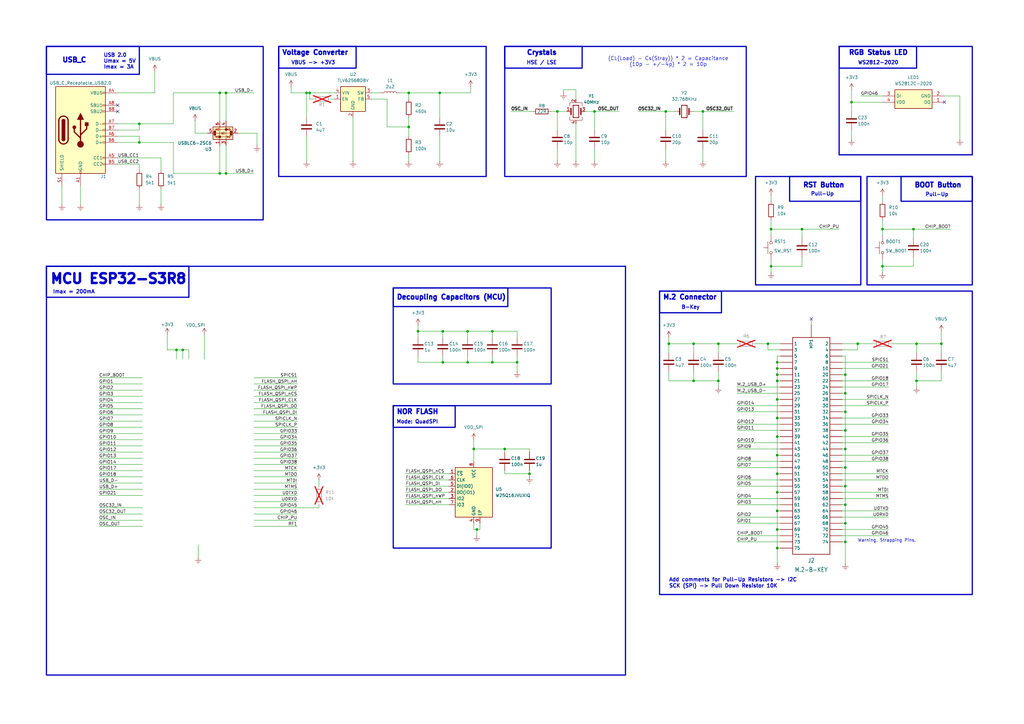
<source format=kicad_sch>
(kicad_sch (version 20231120) (generator "eeschema") (generator_version "8.0")
  (paper "A3")
  (junction (at 125.73 38.1))
  (junction (at 318.77 201.93))
  (junction (at 386.08 140.97))
  (junction (at 90.17 38.1))
  (junction (at -198.12 135.89))
  (junction (at 314.96 140.97))
  (junction (at 318.77 171.45))
  (junction (at -198.12 105.41))
  (junction (at -195.58 69.85))
  (junction (at 212.09 148.59))
  (junction (at 346.71 207.01))
  (junction (at 318.77 179.07))
  (junction (at 243.84 45.72))
  (junction (at 195.58 217.17))
  (junction (at 361.95 93.98))
  (junction (at 217.17 194.31))
  (junction (at 361.95 109.22))
  (junction (at 288.29 45.72))
  (junction (at 284.48 140.97))
  (junction (at 207.01 184.15))
  (junction (at -226.06 107.95))
  (junction (at 328.93 93.98))
  (junction (at 318.77 151.13))
  (junction (at 318.77 163.83))
  (junction (at 346.71 184.15))
  (junction (at 201.93 135.89))
  (junction (at 375.92 140.97))
  (junction (at -226.06 138.43))
  (junction (at 274.32 140.97))
  (junction (at 318.77 224.79))
  (junction (at 72.39 143.51))
  (junction (at -226.06 115.57))
  (junction (at 346.71 222.25))
  (junction (at -226.06 153.67))
  (junction (at -226.06 100.33))
  (junction (at 346.71 214.63))
  (junction (at 318.77 153.67))
  (junction (at 346.71 168.91))
  (junction (at -198.12 113.03))
  (junction (at 375.92 156.21))
  (junction (at 167.64 52.07))
  (junction (at -226.06 82.55))
  (junction (at -226.06 92.71))
  (junction (at -228.6 69.85))
  (junction (at -198.12 151.13))
  (junction (at 349.25 41.91))
  (junction (at 127 38.1))
  (junction (at 318.77 186.69))
  (junction (at -198.12 120.65))
  (junction (at 318.77 209.55))
  (junction (at -198.12 82.55))
  (junction (at 180.34 38.1))
  (junction (at 346.71 191.77))
  (junction (at 346.71 161.29))
  (junction (at 171.45 135.89))
  (junction (at 294.64 156.21))
  (junction (at 346.71 153.67))
  (junction (at 318.77 156.21))
  (junction (at 351.79 140.97))
  (junction (at 201.93 148.59))
  (junction (at 284.48 156.21))
  (junction (at -226.06 77.47))
  (junction (at 167.64 38.1))
  (junction (at 346.71 176.53))
  (junction (at -226.06 80.01))
  (junction (at -198.12 143.51))
  (junction (at 90.17 71.12))
  (junction (at 318.77 148.59))
  (junction (at 228.6 45.72))
  (junction (at 92.71 38.1))
  (junction (at 368.3 375.92))
  (junction (at 294.64 140.97))
  (junction (at 181.61 135.89))
  (junction (at 57.15 58.42))
  (junction (at -198.12 128.27))
  (junction (at -198.12 97.79))
  (junction (at 318.77 194.31))
  (junction (at 57.15 50.8))
  (junction (at 346.71 199.39))
  (junction (at 318.77 217.17))
  (junction (at 194.31 184.15))
  (junction (at -198.12 90.17))
  (junction (at 273.05 45.72))
  (junction (at 316.23 93.98))
  (junction (at 316.23 109.22))
  (junction (at -226.06 130.81))
  (junction (at 74.93 143.51))
  (junction (at 92.71 71.12))
  (junction (at 181.61 148.59))
  (junction (at -226.06 146.05))
  (junction (at -226.06 85.09))
  (junction (at 191.77 148.59))
  (junction (at -226.06 123.19))
  (junction (at 374.65 93.98))
  (junction (at 191.77 135.89))
  (no_connect (at 48.26 45.72))
  (no_connect (at 332.74 130.81))
  (no_connect (at 48.26 43.18))
  (no_connect (at -212.09 58.42))
  (no_connect (at 387.35 41.91))
  (no_connect (at -212.09 162.56))
  (wire (pts (xy 349.25 53.34) (xy 349.25 57.15)))
  (wire (pts (xy 261.62 45.72) (xy 273.05 45.72)))
  (wire (pts (xy 294.64 152.4) (xy 294.64 156.21)))
  (wire (pts (xy 104.14 157.48) (xy 121.92 157.48)))
  (wire (pts (xy -226.06 77.47) (xy -224.79 77.47)))
  (wire (pts (xy 92.71 59.69) (xy 92.71 71.12)))
  (wire (pts (xy 217.17 194.31) (xy 217.17 195.58)))
  (wire (pts (xy 320.04 143.51) (xy 314.96 143.51)))
  (wire (pts (xy 294.64 140.97) (xy 284.48 140.97)))
  (wire (pts (xy 181.61 148.59) (xy 191.77 148.59)))
  (wire (pts (xy -198.12 143.51) (xy -198.12 135.89)))
  (wire (pts (xy -226.06 138.43) (xy -226.06 146.05)))
  (wire (pts (xy -229.87 287.02) (xy -195.58 287.02)))
  (wire (pts (xy -195.58 213.36) (xy -229.87 213.36)))
  (wire (pts (xy 345.44 166.37) (xy 364.49 166.37)))
  (wire (pts (xy -236.22 66.04) (xy -236.22 69.85)))
  (wire (pts (xy 273.05 45.72) (xy 276.86 45.72)))
  (wire (pts (xy -226.06 77.47) (xy -226.06 80.01)))
  (wire (pts (xy -199.39 120.65) (xy -198.12 120.65)))
  (wire (pts (xy -229.87 264.16) (xy -195.58 264.16)))
  (wire (pts (xy -199.39 123.19) (xy -180.34 123.19)))
  (wire (pts (xy -242.57 125.73) (xy -224.79 125.73)))
  (wire (pts (xy 74.93 147.32) (xy 74.93 143.51)))
  (wire (pts (xy 40.64 177.8) (xy 58.42 177.8)))
  (wire (pts (xy 284.48 140.97) (xy 284.48 144.78)))
  (wire (pts (xy 345.44 143.51) (xy 351.79 143.51)))
  (wire (pts (xy 48.26 64.77) (xy 66.04 64.77)))
  (wire (pts (xy 104.14 187.96) (xy 121.92 187.96)))
  (wire (pts (xy -199.39 74.93) (xy -198.12 74.93)))
  (wire (pts (xy 191.77 148.59) (xy 201.93 148.59)))
  (wire (pts (xy 191.77 135.89) (xy 201.93 135.89)))
  (wire (pts (xy 328.93 109.22) (xy 316.23 109.22)))
  (wire (pts (xy -199.39 87.63) (xy -180.34 87.63)))
  (wire (pts (xy -236.22 69.85) (xy -228.6 69.85)))
  (wire (pts (xy 345.44 199.39) (xy 346.71 199.39)))
  (wire (pts (xy 57.15 53.34) (xy 48.26 53.34)))
  (wire (pts (xy -199.39 80.01) (xy -180.34 80.01)))
  (wire (pts (xy 316.23 93.98) (xy 316.23 96.52)))
  (wire (pts (xy -199.39 115.57) (xy -180.34 115.57)))
  (wire (pts (xy 284.48 45.72) (xy 288.29 45.72)))
  (wire (pts (xy 40.64 182.88) (xy 58.42 182.88)))
  (wire (pts (xy 273.05 53.34) (xy 273.05 45.72)))
  (wire (pts (xy 48.26 58.42) (xy 57.15 58.42)))
  (wire (pts (xy 370.84 373.38) (xy 370.84 375.92)))
  (wire (pts (xy 90.17 38.1) (xy 92.71 38.1)))
  (wire (pts (xy 318.77 186.69) (xy 320.04 186.69)))
  (wire (pts (xy 346.71 191.77) (xy 346.71 184.15)))
  (wire (pts (xy 71.12 38.1) (xy 71.12 50.8)))
  (wire (pts (xy 346.71 199.39) (xy 346.71 191.77)))
  (wire (pts (xy -199.39 140.97) (xy -180.34 140.97)))
  (wire (pts (xy 40.64 175.26) (xy 58.42 175.26)))
  (wire (pts (xy 40.64 210.82) (xy 58.42 210.82)))
  (wire (pts (xy 386.08 152.4) (xy 386.08 156.21)))
  (wire (pts (xy 374.65 93.98) (xy 361.95 93.98)))
  (wire (pts (xy 332.74 130.81) (xy 332.74 133.35)))
  (wire (pts (xy 104.14 195.58) (xy 121.92 195.58)))
  (wire (pts (xy 104.14 193.04) (xy 121.92 193.04)))
  (wire (pts (xy 345.44 179.07) (xy 364.49 179.07)))
  (wire (pts (xy 127 40.64) (xy 127 38.1)))
  (wire (pts (xy 365.76 140.97) (xy 375.92 140.97)))
  (wire (pts (xy -195.58 215.9) (xy -229.87 215.9)))
  (wire (pts (xy 345.44 161.29) (xy 346.71 161.29)))
  (wire (pts (xy -226.06 130.81) (xy -226.06 138.43)))
  (wire (pts (xy 40.64 203.2) (xy 58.42 203.2)))
  (wire (pts (xy 184.15 204.47) (xy 166.37 204.47)))
  (wire (pts (xy 57.15 50.8) (xy 57.15 53.34)))
  (wire (pts (xy 302.26 158.75) (xy 320.04 158.75)))
  (wire (pts (xy -229.87 223.52) (xy -195.58 223.52)))
  (wire (pts (xy -195.58 72.39) (xy -199.39 72.39)))
  (wire (pts (xy -195.58 210.82) (xy -229.87 210.82)))
  (wire (pts (xy -229.87 284.48) (xy -195.58 284.48)))
  (wire (pts (xy -229.87 269.24) (xy -195.58 269.24)))
  (wire (pts (xy 181.61 135.89) (xy 171.45 135.89)))
  (wire (pts (xy 294.64 140.97) (xy 294.64 144.78)))
  (wire (pts (xy 228.6 60.96) (xy 228.6 66.04)))
  (wire (pts (xy 104.14 203.2) (xy 121.92 203.2)))
  (wire (pts (xy 83.82 137.16) (xy 83.82 147.32)))
  (wire (pts (xy -226.06 146.05) (xy -224.79 146.05)))
  (wire (pts (xy 318.77 146.05) (xy 318.77 148.59)))
  (wire (pts (xy -199.39 143.51) (xy -198.12 143.51)))
  (wire (pts (xy 104.14 160.02) (xy 121.92 160.02)))
  (wire (pts (xy 318.77 209.55) (xy 318.77 217.17)))
  (wire (pts (xy -229.87 271.78) (xy -195.58 271.78)))
  (wire (pts (xy 167.64 38.1) (xy 180.34 38.1)))
  (wire (pts (xy 345.44 148.59) (xy 364.49 148.59)))
  (wire (pts (xy -226.06 85.09) (xy -224.79 85.09)))
  (wire (pts (xy 284.48 156.21) (xy 294.64 156.21)))
  (wire (pts (xy 72.39 147.32) (xy 72.39 143.51)))
  (wire (pts (xy 361.95 90.17) (xy 361.95 93.98)))
  (wire (pts (xy 346.71 214.63) (xy 346.71 222.25)))
  (wire (pts (xy 302.26 212.09) (xy 320.04 212.09)))
  (wire (pts (xy 328.93 93.98) (xy 328.93 97.79)))
  (wire (pts (xy 318.77 194.31) (xy 318.77 201.93)))
  (wire (pts (xy 345.44 201.93) (xy 364.49 201.93)))
  (wire (pts (xy 345.44 196.85) (xy 364.49 196.85)))
  (wire (pts (xy 302.26 161.29) (xy 320.04 161.29)))
  (wire (pts (xy 318.77 224.79) (xy 320.04 224.79)))
  (wire (pts (xy 345.44 181.61) (xy 364.49 181.61)))
  (wire (pts (xy 318.77 224.79) (xy 318.77 231.14)))
  (wire (pts (xy -199.39 138.43) (xy -180.34 138.43)))
  (wire (pts (xy 316.23 109.22) (xy 316.23 111.76)))
  (wire (pts (xy 66.04 77.47) (xy 66.04 83.82)))
  (wire (pts (xy 40.64 185.42) (xy 58.42 185.42)))
  (wire (pts (xy 345.44 222.25) (xy 346.71 222.25)))
  (wire (pts (xy 302.26 207.01) (xy 320.04 207.01)))
  (wire (pts (xy -198.12 97.79) (xy -198.12 90.17)))
  (wire (pts (xy 302.26 196.85) (xy 320.04 196.85)))
  (wire (pts (xy 314.96 140.97) (xy 320.04 140.97)))
  (wire (pts (xy 345.44 212.09) (xy 364.49 212.09)))
  (wire (pts (xy 243.84 60.96) (xy 243.84 66.04)))
  (wire (pts (xy 128.27 40.64) (xy 127 40.64)))
  (wire (pts (xy 387.35 39.37) (xy 393.7 39.37)))
  (wire (pts (xy 40.64 180.34) (xy 58.42 180.34)))
  (wire (pts (xy 130.81 207.01) (xy 130.81 208.28)))
  (wire (pts (xy 144.78 48.26) (xy 144.78 66.04)))
  (wire (pts (xy 158.75 52.07) (xy 167.64 52.07)))
  (wire (pts (xy 383.54 347.98) (xy 402.59 347.98)))
  (wire (pts (xy -226.06 82.55) (xy -224.79 82.55)))
  (wire (pts (xy -199.39 85.09) (xy -180.34 85.09)))
  (wire (pts (xy 68.58 137.16) (xy 68.58 143.51)))
  (wire (pts (xy 40.64 160.02) (xy 58.42 160.02)))
  (wire (pts (xy 104.14 200.66) (xy 121.92 200.66)))
  (wire (pts (xy 72.39 143.51) (xy 68.58 143.51)))
  (wire (pts (xy 195.58 217.17) (xy 194.31 217.17)))
  (wire (pts (xy 195.58 217.17) (xy 195.58 219.71)))
  (wire (pts (xy -198.12 105.41) (xy -198.12 97.79)))
  (wire (pts (xy -199.39 82.55) (xy -198.12 82.55)))
  (wire (pts (xy 288.29 60.96) (xy 288.29 66.04)))
  (wire (pts (xy -226.06 123.19) (xy -224.79 123.19)))
  (wire (pts (xy 167.64 48.26) (xy 167.64 52.07)))
  (wire (pts (xy 288.29 45.72) (xy 288.29 53.34)))
  (wire (pts (xy 345.44 207.01) (xy 346.71 207.01)))
  (wire (pts (xy 104.14 172.72) (xy 121.92 172.72)))
  (wire (pts (xy 374.65 93.98) (xy 374.65 97.79)))
  (wire (pts (xy 48.26 67.31) (xy 57.15 67.31)))
  (wire (pts (xy 195.58 217.17) (xy 196.85 217.17)))
  (wire (pts (xy 40.64 165.1) (xy 58.42 165.1)))
  (wire (pts (xy -226.06 92.71) (xy -224.79 92.71)))
  (wire (pts (xy 166.37 196.85) (xy 184.15 196.85)))
  (wire (pts (xy 104.14 154.94) (xy 121.92 154.94)))
  (wire (pts (xy -226.06 85.09) (xy -226.06 92.71)))
  (wire (pts (xy -198.12 151.13) (xy -198.12 160.02)))
  (wire (pts (xy 345.44 217.17) (xy 364.49 217.17)))
  (wire (pts (xy 274.32 152.4) (xy 274.32 156.21)))
  (wire (pts (xy 90.17 38.1) (xy 90.17 49.53)))
  (wire (pts (xy 370.84 334.01) (xy 370.84 337.82)))
  (wire (pts (xy -226.06 80.01) (xy -226.06 82.55)))
  (wire (pts (xy 40.64 162.56) (xy 58.42 162.56)))
  (wire (pts (xy -229.87 231.14) (xy -195.58 231.14)))
  (wire (pts (xy 125.73 38.1) (xy 125.73 48.26)))
  (wire (pts (xy 40.64 193.04) (xy 58.42 193.04)))
  (wire (pts (xy 104.14 177.8) (xy 121.92 177.8)))
  (wire (pts (xy 201.93 146.05) (xy 201.93 148.59)))
  (wire (pts (xy 318.77 163.83) (xy 320.04 163.83)))
  (wire (pts (xy -242.57 113.03) (xy -224.79 113.03)))
  (wire (pts (xy 374.65 109.22) (xy 361.95 109.22)))
  (wire (pts (xy -198.12 143.51) (xy -198.12 151.13)))
  (wire (pts (xy 273.05 60.96) (xy 273.05 66.04)))
  (wire (pts (xy -242.57 148.59) (xy -224.79 148.59)))
  (wire (pts (xy 274.32 140.97) (xy 274.32 144.78)))
  (wire (pts (xy 353.06 39.37) (xy 361.95 39.37)))
  (wire (pts (xy 71.12 58.42) (xy 71.12 71.12)))
  (wire (pts (xy 57.15 67.31) (xy 57.15 69.85)))
  (wire (pts (xy 375.92 140.97) (xy 386.08 140.97)))
  (wire (pts (xy 171.45 133.35) (xy 171.45 135.89)))
  (wire (pts (xy 80.01 54.61) (xy 80.01 49.53)))
  (wire (pts (xy 383.54 368.3) (xy 402.59 368.3)))
  (wire (pts (xy 375.92 140.97) (xy 375.92 144.78)))
  (wire (pts (xy 104.14 175.26) (xy 121.92 175.26)))
  (wire (pts (xy -226.06 80.01) (xy -224.79 80.01)))
  (wire (pts (xy -195.58 205.74) (xy -229.87 205.74)))
  (wire (pts (xy 193.04 35.56) (xy 193.04 38.1)))
  (wire (pts (xy 191.77 138.43) (xy 191.77 135.89)))
  (wire (pts (xy 167.64 52.07) (xy 167.64 55.88)))
  (wire (pts (xy 57.15 58.42) (xy 71.12 58.42)))
  (wire (pts (xy -199.39 135.89) (xy -198.12 135.89)))
  (wire (pts (xy 243.84 45.72) (xy 254 45.72)))
  (wire (pts (xy 201.93 135.89) (xy 201.93 138.43)))
  (wire (pts (xy -242.57 140.97) (xy -224.79 140.97)))
  (wire (pts (xy 318.77 217.17) (xy 320.04 217.17)))
  (wire (pts (xy 33.02 76.2) (xy 33.02 83.82)))
  (wire (pts (xy 318.77 156.21) (xy 320.04 156.21)))
  (wire (pts (xy 318.77 151.13) (xy 318.77 153.67)))
  (wire (pts (xy 130.81 196.85) (xy 130.81 199.39)))
  (wire (pts (xy 361.95 80.01) (xy 361.95 82.55)))
  (wire (pts (xy 152.4 40.64) (xy 158.75 40.64)))
  (wire (pts (xy 71.12 71.12) (xy 90.17 71.12)))
  (wire (pts (xy 71.12 38.1) (xy 90.17 38.1)))
  (wire (pts (xy 370.84 375.92) (xy 368.3 375.92)))
  (wire (pts (xy 345.44 163.83) (xy 364.49 163.83)))
  (wire (pts (xy 368.3 373.38) (xy 368.3 375.92)))
  (wire (pts (xy -199.39 92.71) (xy -180.34 92.71)))
  (wire (pts (xy -228.6 72.39) (xy -224.79 72.39)))
  (wire (pts (xy 201.93 135.89) (xy 212.09 135.89)))
  (wire (pts (xy 302.26 214.63) (xy 320.04 214.63)))
  (wire (pts (xy 166.37 201.93) (xy 184.15 201.93)))
  (wire (pts (xy 217.17 184.15) (xy 207.01 184.15)))
  (wire (pts (xy 92.71 38.1) (xy 104.14 38.1)))
  (wire (pts (xy 318.77 194.31) (xy 320.04 194.31)))
  (wire (pts (xy 302.26 184.15) (xy 320.04 184.15)))
  (wire (pts (xy 194.31 214.63) (xy 194.31 217.17)))
  (wire (pts (xy 345.44 214.63) (xy 346.71 214.63)))
  (wire (pts (xy 345.44 189.23) (xy 364.49 189.23)))
  (wire (pts (xy -199.39 105.41) (xy -198.12 105.41)))
  (wire (pts (xy -199.39 77.47) (xy -180.34 77.47)))
  (wire (pts (xy 119.38 35.56) (xy 119.38 38.1)))
  (wire (pts (xy -242.57 87.63) (xy -224.79 87.63)))
  (wire (pts (xy 345.44 184.15) (xy 346.71 184.15)))
  (wire (pts (xy 104.14 167.64) (xy 121.92 167.64)))
  (wire (pts (xy -199.39 148.59) (xy -180.34 148.59)))
  (wire (pts (xy -229.87 246.38) (xy -195.58 246.38)))
  (wire (pts (xy 386.08 135.89) (xy 386.08 140.97)))
  (wire (pts (xy 328.93 105.41) (xy 328.93 109.22)))
  (wire (pts (xy 40.64 187.96) (xy 58.42 187.96)))
  (wire (pts (xy 171.45 146.05) (xy 171.45 148.59)))
  (wire (pts (xy -195.58 69.85) (xy -199.39 69.85)))
  (wire (pts (xy 184.15 207.01) (xy 166.37 207.01)))
  (wire (pts (xy 346.71 184.15) (xy 346.71 176.53)))
  (wire (pts (xy -199.39 133.35) (xy -180.34 133.35)))
  (wire (pts (xy 318.77 201.93) (xy 318.77 209.55)))
  (wire (pts (xy -198.12 113.03) (xy -198.12 105.41)))
  (wire (pts (xy 349.25 36.83) (xy 349.25 41.91)))
  (wire (pts (xy -195.58 193.04) (xy -229.87 193.04)))
  (wire (pts (xy 127 38.1) (xy 137.16 38.1)))
  (wire (pts (xy 104.14 190.5) (xy 121.92 190.5)))
  (wire (pts (xy 349.25 41.91) (xy 361.95 41.91)))
  (wire (pts (xy 351.79 143.51) (xy 351.79 140.97)))
  (wire (pts (xy -199.39 107.95) (xy -180.34 107.95)))
  (wire (pts (xy 77.47 147.32) (xy 77.47 143.51)))
  (wire (pts (xy 171.45 135.89) (xy 171.45 138.43)))
  (wire (pts (xy 346.71 146.05) (xy 346.71 153.67)))
  (wire (pts (xy -229.87 226.06) (xy -195.58 226.06)))
  (wire (pts (xy 383.54 342.9) (xy 402.59 342.9)))
  (wire (pts (xy -226.06 100.33) (xy -226.06 107.95)))
  (wire (pts (xy -226.06 130.81) (xy -224.79 130.81)))
  (wire (pts (xy 40.64 170.18) (xy 58.42 170.18)))
  (wire (pts (xy 302.26 191.77) (xy 320.04 191.77)))
  (wire (pts (xy 318.77 153.67) (xy 320.04 153.67)))
  (wire (pts (xy 180.34 66.04) (xy 180.34 55.88)))
  (wire (pts (xy 318.77 179.07) (xy 320.04 179.07)))
  (wire (pts (xy -229.87 240.03) (xy -195.58 240.03)))
  (wire (pts (xy 320.04 146.05) (xy 318.77 146.05)))
  (wire (pts (xy 40.64 213.36) (xy 58.42 213.36)))
  (wire (pts (xy 57.15 58.42) (xy 57.15 55.88)))
  (wire (pts (xy 191.77 146.05) (xy 191.77 148.59)))
  (wire (pts (xy 393.7 39.37) (xy 393.7 57.15)))
  (wire (pts (xy 374.65 93.98) (xy 389.89 93.98)))
  (wire (pts (xy 40.64 157.48) (xy 58.42 157.48)))
  (wire (pts (xy 345.44 176.53) (xy 346.71 176.53)))
  (wire (pts (xy 212.09 135.89) (xy 212.09 138.43)))
  (wire (pts (xy -242.57 110.49) (xy -224.79 110.49)))
  (wire (pts (xy 351.79 140.97) (xy 358.14 140.97)))
  (wire (pts (xy 345.44 171.45) (xy 364.49 171.45)))
  (wire (pts (xy 274.32 138.43) (xy 274.32 140.97)))
  (wire (pts (xy 40.64 154.94) (xy 58.42 154.94)))
  (wire (pts (xy 90.17 71.12) (xy 92.71 71.12)))
  (wire (pts (xy 77.47 143.51) (xy 74.93 143.51)))
  (wire (pts (xy 345.44 204.47) (xy 364.49 204.47)))
  (wire (pts (xy 288.29 45.72) (xy 300.99 45.72)))
  (wire (pts (xy 228.6 45.72) (xy 228.6 53.34)))
  (wire (pts (xy 40.64 167.64) (xy 58.42 167.64)))
  (wire (pts (xy 92.71 38.1) (xy 92.71 49.53)))
  (wire (pts (xy 48.26 38.1) (xy 63.5 38.1)))
  (wire (pts (xy 302.26 181.61) (xy 320.04 181.61)))
  (wire (pts (xy -199.39 128.27) (xy -198.12 128.27)))
  (wire (pts (xy 217.17 185.42) (xy 217.17 184.15)))
  (wire (pts (xy 345.44 209.55) (xy 364.49 209.55)))
  (wire (pts (xy 207.01 184.15) (xy 194.31 184.15)))
  (wire (pts (xy 302.26 204.47) (xy 320.04 204.47)))
  (wire (pts (xy 240.03 45.72) (xy 243.84 45.72)))
  (wire (pts (xy 302.26 189.23) (xy 320.04 189.23)))
  (wire (pts (xy 316.23 90.17) (xy 316.23 93.98)))
  (wire (pts (xy 196.85 214.63) (xy 196.85 217.17)))
  (wire (pts (xy -242.57 118.11) (xy -224.79 118.11)))
  (wire (pts (xy -226.06 107.95) (xy -224.79 107.95)))
  (wire (pts (xy 228.6 45.72) (xy 232.41 45.72)))
  (wire (pts (xy -226.06 123.19) (xy -226.06 130.81)))
  (wire (pts (xy -226.06 92.71) (xy -226.06 100.33)))
  (wire (pts (xy 40.64 195.58) (xy 58.42 195.58)))
  (wire (pts (xy 127 38.1) (xy 125.73 38.1)))
  (wire (pts (xy 318.77 201.93) (xy 320.04 201.93)))
  (wire (pts (xy 316.23 80.01) (xy 316.23 82.55)))
  (wire (pts (xy -199.39 125.73) (xy -180.34 125.73)))
  (wire (pts (xy 90.17 59.69) (xy 90.17 71.12)))
  (wire (pts (xy 209.55 45.72) (xy 218.44 45.72)))
  (wire (pts (xy 212.09 146.05) (xy 212.09 148.59)))
  (wire (pts (xy 328.93 93.98) (xy 316.23 93.98)))
  (wire (pts (xy 374.65 105.41) (xy 374.65 109.22)))
  (wire (pts (xy -226.06 153.67) (xy -224.79 153.67)))
  (wire (pts (xy 318.77 151.13) (xy 320.04 151.13)))
  (wire (pts (xy 302.26 219.71) (xy 320.04 219.71)))
  (wire (pts (xy 375.92 152.4) (xy 375.92 156.21)))
  (wire (pts (xy 345.44 173.99) (xy 364.49 173.99)))
  (wire (pts (xy -199.39 113.03) (xy -198.12 113.03)))
  (wire (pts (xy 104.14 180.34) (xy 121.92 180.34)))
  (wire (pts (xy 349.25 41.91) (xy 349.25 45.72)))
  (wire (pts (xy 345.44 153.67) (xy 346.71 153.67)))
  (wire (pts (xy 346.71 176.53) (xy 346.71 168.91)))
  (wire (pts (xy 345.44 194.31) (xy 364.49 194.31)))
  (wire (pts (xy -226.06 82.55) (xy -226.06 85.09)))
  (wire (pts (xy 81.28 223.52) (xy 81.28 228.6)))
  (wire (pts (xy 318.77 148.59) (xy 320.04 148.59)))
  (wire (pts (xy 104.14 205.74) (xy 121.92 205.74)))
  (wire (pts (xy 171.45 148.59) (xy 181.61 148.59)))
  (wire (pts (xy 40.64 198.12) (xy 58.42 198.12)))
  (wire (pts (xy -226.06 100.33) (xy -224.79 100.33)))
  (wire (pts (xy -226.06 146.05) (xy -226.06 153.67)))
  (wire (pts (xy -242.57 135.89) (xy -224.79 135.89)))
  (wire (pts (xy 345.44 146.05) (xy 346.71 146.05)))
  (wire (pts (xy 25.4 76.2) (xy 25.4 83.82)))
  (wire (pts (xy -212.09 58.42) (xy -212.09 62.23)))
  (wire (pts (xy 345.44 158.75) (xy 364.49 158.75)))
  (wire (pts (xy -198.12 128.27) (xy -198.12 120.65)))
  (wire (pts (xy -195.58 198.12) (xy -229.87 198.12)))
  (wire (pts (xy -186.69 66.04) (xy -186.69 69.85)))
  (wire (pts (xy -195.58 200.66) (xy -229.87 200.66)))
  (wire (pts (xy 294.64 156.21) (xy 294.64 158.75)))
  (wire (pts (xy -195.58 72.39) (xy -195.58 69.85)))
  (wire (pts (xy 318.77 163.83) (xy 318.77 171.45)))
  (wire (pts (xy 345.44 191.77) (xy 346.71 191.77)))
  (wire (pts (xy 104.14 162.56) (xy 121.92 162.56)))
  (wire (pts (xy 181.61 135.89) (xy 191.77 135.89)))
  (wire (pts (xy -242.57 95.25) (xy -224.79 95.25)))
  (wire (pts (xy 302.26 222.25) (xy 320.04 222.25)))
  (wire (pts (xy 302.26 166.37) (xy 320.04 166.37)))
  (wire (pts (xy -229.87 254) (xy -195.58 254)))
  (wire (pts (xy 104.14 165.1) (xy 121.92 165.1)))
  (wire (pts (xy -198.12 90.17) (xy -198.12 82.55)))
  (wire (pts (xy -226.06 153.67) (xy -226.06 160.02)))
  (wire (pts (xy -226.06 115.57) (xy -224.79 115.57)))
  (wire (pts (xy 346.71 207.01) (xy 346.71 199.39)))
  (wire (pts (xy 346.71 168.91) (xy 346.71 161.29)))
  (wire (pts (xy 92.71 71.12) (xy 104.14 71.12)))
  (wire (pts (xy -199.39 146.05) (xy -180.34 146.05)))
  (wire (pts (xy 386.08 140.97) (xy 386.08 144.78)))
  (wire (pts (xy 40.64 215.9) (xy 58.42 215.9)))
  (wire (pts (xy 167.64 63.5) (xy 167.64 66.04)))
  (wire (pts (xy 104.14 185.42) (xy 121.92 185.42)))
  (wire (pts (xy 40.64 190.5) (xy 58.42 190.5)))
  (wire (pts (xy 104.14 198.12) (xy 121.92 198.12)))
  (wire (pts (xy -229.87 256.54) (xy -195.58 256.54)))
  (wire (pts (xy 274.32 156.21) (xy 284.48 156.21)))
  (wire (pts (xy -229.87 228.6) (xy -195.58 228.6)))
  (wire (pts (xy 194.31 184.15) (xy 194.31 189.23)))
  (wire (pts (xy 346.71 222.25) (xy 346.71 231.14)))
  (wire (pts (xy -195.58 69.85) (xy -186.69 69.85)))
  (wire (pts (xy 314.96 143.51) (xy 314.96 140.97)))
  (wire (pts (xy 207.01 193.04) (xy 207.01 194.31)))
  (wire (pts (xy 40.64 208.28) (xy 58.42 208.28)))
  (wire (pts (xy 345.44 186.69) (xy 364.49 186.69)))
  (wire (pts (xy 318.77 209.55) (xy 320.04 209.55)))
  (wire (pts (xy 375.92 156.21) (xy 375.92 158.75)))
  (wire (pts (xy 386.08 156.21) (xy 375.92 156.21)))
  (wire (pts (xy 63.5 38.1) (xy 63.5 29.21)))
  (wire (pts (xy 318.77 186.69) (xy 318.77 194.31)))
  (wire (pts (xy 345.44 151.13) (xy 364.49 151.13)))
  (wire (pts (xy 361.95 93.98) (xy 361.95 96.52)))
  (wire (pts (xy -229.87 261.62) (xy -195.58 261.62)))
  (wire (pts (xy -228.6 72.39) (xy -228.6 69.85)))
  (wire (pts (xy -226.06 115.57) (xy -226.06 123.19)))
  (wire (pts (xy 158.75 40.64) (xy 158.75 52.07)))
  (wire (pts (xy 80.01 54.61) (xy 85.09 54.61)))
  (wire (pts (xy -198.12 120.65) (xy -198.12 113.03)))
  (wire (pts (xy 328.93 93.98) (xy 344.17 93.98)))
  (wire (pts (xy 309.88 140.97) (xy 314.96 140.97)))
  (wire (pts (xy 294.64 140.97) (xy 302.26 140.97)))
  (wire (pts (xy 212.09 148.59) (xy 212.09 152.4)))
  (wire (pts (xy -199.39 102.87) (xy -180.34 102.87)))
  (wire (pts (xy 383.54 350.52) (xy 402.59 350.52)))
  (wire (pts (xy 383.54 355.6) (xy 402.59 355.6)))
  (wire (pts (xy 345.44 156.21) (xy 364.49 156.21)))
  (wire (pts (xy -224.79 74.93) (xy -226.06 74.93)))
  (wire (pts (xy 383.54 353.06) (xy 402.59 353.06)))
  (wire (pts (xy -199.39 151.13) (xy -198.12 151.13)))
  (wire (pts (xy 104.14 182.88) (xy 121.92 182.88)))
  (wire (pts (xy 105.41 54.61) (xy 105.41 59.69)))
  (wire (pts (xy -198.12 74.93) (xy -198.12 82.55)))
  (wire (pts (xy -195.58 195.58) (xy -229.87 195.58)))
  (wire (pts (xy 104.14 215.9) (xy 121.92 215.9)))
  (wire (pts (xy 180.34 38.1) (xy 180.34 48.26)))
  (wire (pts (xy -199.39 100.33) (xy -180.34 100.33)))
  (wire (pts (xy 345.44 219.71) (xy 364.49 219.71)))
  (wire (pts (xy 318.77 148.59) (xy 318.77 151.13)))
  (wire (pts (xy -242.57 97.79) (xy -224.79 97.79)))
  (wire (pts (xy 104.14 213.36) (xy 121.92 213.36)))
  (wire (pts (xy 135.89 40.64) (xy 137.16 40.64)))
  (wire (pts (xy 125.73 55.88) (xy 125.73 66.04)))
  (wire (pts (xy -199.39 95.25) (xy -180.34 95.25)))
  (wire (pts (xy -198.12 135.89) (xy -198.12 128.27)))
  (wire (pts (xy -229.87 276.86) (xy -195.58 276.86)))
  (wire (pts (xy 194.31 180.34) (xy 194.31 184.15)))
  (wire (pts (xy 184.15 194.31) (xy 166.37 194.31)))
  (wire (pts (xy 368.3 375.92) (xy 368.3 378.46)))
  (wire (pts (xy -199.39 118.11) (xy -180.34 118.11)))
  (wire (pts (xy -228.6 69.85) (xy -224.79 69.85)))
  (wire (pts (xy 57.15 50.8) (xy 71.12 50.8)))
  (wire (pts (xy -226.06 74.93) (xy -226.06 77.47)))
  (wire (pts (xy 40.64 172.72) (xy 58.42 172.72)))
  (wire (pts (xy 152.4 38.1) (xy 156.21 38.1)))
  (wire (pts (xy 236.22 40.64) (xy 236.22 36.83)))
  (wire (pts (xy 318.77 171.45) (xy 318.77 179.07)))
  (wire (pts (xy 284.48 140.97) (xy 274.32 140.97)))
  (wire (pts (xy -195.58 203.2) (xy -229.87 203.2)))
  (wire (pts (xy 184.15 199.39) (xy 166.37 199.39)))
  (wire (pts (xy 302.26 199.39) (xy 320.04 199.39)))
  (wire (pts (xy -242.57 120.65) (xy -224.79 120.65)))
  (wire (pts (xy 40.64 200.66) (xy 58.42 200.66)))
  (wire (pts (xy 302.26 176.53) (xy 320.04 176.53)))
  (wire (pts (xy 217.17 194.31) (xy 207.01 194.31)))
  (wire (pts (xy 302.26 173.99) (xy 320.04 173.99)))
  (wire (pts (xy 243.84 45.72) (xy 243.84 53.34)))
  (wire (pts (xy 318.77 156.21) (xy 318.77 163.83)))
  (wire (pts (xy -242.57 102.87) (xy -224.79 102.87)))
  (wire (pts (xy 346.71 214.63) (xy 346.71 207.01)))
  (wire (pts (xy 181.61 146.05) (xy 181.61 148.59)))
  (wire (pts (xy 66.04 64.77) (xy 66.04 69.85)))
  (wire (pts (xy 104.14 208.28) (xy 130.81 208.28)))
  (wire (pts (xy 74.93 143.51) (xy 72.39 143.51)))
  (wire (pts (xy -242.57 151.13) (xy -224.79 151.13)))
  (wire (pts (xy 318.77 153.67) (xy 318.77 156.21)))
  (wire (pts (xy -242.57 133.35) (xy -224.79 133.35)))
  (wire (pts (xy 231.14 36.83) (xy 231.14 38.1)))
  (wire (pts (xy 345.44 140.97) (xy 351.79 140.97)))
  (wire (pts (xy -226.06 138.43) (xy -224.79 138.43)))
  (wire (pts (xy 346.71 161.29) (xy 346.71 153.67)))
  (wire (pts (xy 181.61 135.89) (xy 181.61 138.43)))
  (wire (pts (xy -229.87 237.49) (xy -195.58 237.49)))
  (wire (pts (xy 180.34 38.1) (xy 193.04 38.1)))
  (wire (pts (xy 302.26 168.91) (xy 320.04 168.91)))
  (wire (pts (xy -199.39 110.49) (xy -180.34 110.49)))
  (wire (pts (xy -242.57 105.41) (xy -224.79 105.41)))
  (wire (pts (xy -242.57 143.51) (xy -224.79 143.51)))
  (wire (pts (xy -212.09 162.56) (xy -212.09 161.29)))
  (wire (pts (xy 361.95 109.22) (xy 361.95 111.76)))
  (wire (pts (xy 318.77 217.17) (xy 318.77 224.79)))
  (wire (pts (xy 119.38 38.1) (xy 125.73 38.1)))
  (wire (pts (xy 212.09 148.59) (xy 201.93 148.59)))
  (wire (pts (xy 345.44 168.91) (xy 346.71 168.91)))
  (wire (pts (xy 316.23 106.68) (xy 316.23 109.22)))
  (wire (pts (xy 57.15 55.88) (xy 48.26 55.88)))
  (wire (pts (xy 318.77 179.07) (xy 318.77 186.69)))
  (wire (pts (xy 284.48 152.4) (xy 284.48 156.21)))
  (wire (pts (xy -199.39 130.81) (xy -180.34 130.81)))
  (wire (pts (xy -226.06 107.95) (xy -226.06 115.57)))
  (wire (pts (xy -199.39 90.17) (xy -198.12 90.17)))
  (wire (pts (xy 163.83 38.1) (xy 167.64 38.1)))
  (wire (pts (xy 104.14 170.18) (xy 121.92 170.18)))
  (wire (pts (xy 226.06 45.72) (xy 228.6 45.72)))
  (wire (pts (xy 48.26 50.8) (xy 57.15 50.8)))
  (wire (pts (xy 207.01 185.42) (xy 207.01 184.15)))
  (wire (pts (xy 383.54 360.68) (xy 402.59 360.68)))
  (wire (pts (xy 217.17 193.04) (xy 217.17 194.31)))
  (wire (pts (xy -229.87 279.4) (xy -195.58 279.4)))
  (wire (pts (xy -195.58 208.28) (xy -229.87 208.28)))
  (wire (pts (xy -242.57 128.27) (xy -224.79 128.27)))
  (wire (pts (xy 318.77 171.45) (xy 320.04 171.45)))
  (wire (pts (xy 57.15 77.47) (xy 57.15 83.82)))
  (wire (pts (xy -199.39 97.79) (xy -198.12 97.79)))
  (wire (pts (xy 104.14 210.82) (xy 121.92 210.82)))
  (wire (pts (xy 97.79 54.61) (xy 105.41 54.61)))
  (wire (pts (xy 361.95 106.68) (xy 361.95 109.22)))
  (wire (pts (xy 231.14 36.83) (xy 236.22 36.83)))
  (wire (pts (xy 236.22 50.8) (xy 236.22 66.04)))
  (wire (pts (xy 383.54 365.76) (xy 402.59 365.76)))
  (wire (pts (xy -242.57 90.17) (xy -224.79 90.17)))
  (wire (pts (xy 167.64 38.1) (xy 167.64 40.64)))
  (rectangle (start 19.05 19.05) (end 57.15 30.48) (stroke (width 0.5)))
  (rectangle (start 114.3 19.05) (end 146.05 27.94) (stroke (width 0.5)))
  (rectangle (start 270.51 119.38) (end 398.78 243.84) (stroke (width 0.5)))
  (rectangle (start 309.88 72.39) (end 353.06 116.84) (stroke (width 0.5)))
  (rectangle (start 344.17 19.05) (end 398.78 63.5) (stroke (width 0.5)))
  (rectangle (start 336.55 318.77) (end 412.75 386.08) (stroke (width 0.5)))
  (rectangle (start 355.6 72.39) (end 398.78 116.84) (stroke (width 0.5)))
  (rectangle (start -255.27 46.99) (end -166.37 182.88) (stroke (width 0.5)))
  (rectangle (start 161.29 166.37) (end 186.69 175.26) (stroke (width 0.5)))
  (rectangle (start 270.51 119.38) (end 295.91 128.27) (stroke (width 0.5)))
  (rectangle (start 19.05 19.05) (end 107.95 90.17) (stroke (width 0.5)))
  (rectangle (start 114.3 19.05) (end 199.39 72.39) (stroke (width 0.5)))
  (rectangle (start 207.01 19.05) (end 306.07 72.39) (stroke (width 0.5)))
  (rectangle (start 336.55 318.77) (end 368.3 327.66) (stroke (width 0.5)))
  (rectangle (start 207.01 19.05) (end 238.76 27.94) (stroke (width 0.5)))
  (rectangle (start 19.05 109.22) (end 256.54 276.86) (stroke (width 0.5)))
  (rectangle (start -255.27 46.99) (end -229.87 55.88) (stroke (width 0.5)))
  (rectangle (start 161.29 118.11) (end 208.28 125.73) (stroke (width 0.5)))
  (rectangle (start 323.85 72.39) (end 353.06 82.55) (stroke (width 0.5)))
  (rectangle (start 369.57 72.39) (end 398.78 82.55) (stroke (width 0.5)))
  (rectangle (start 161.29 118.11) (end 226.06 157.48) (stroke (width 0.5)))
  (rectangle (start 344.17 19.05) (end 375.92 27.94) (stroke (width 0.5)))
  (rectangle (start 19.05 109.22) (end 77.47 121.92) (stroke (width 0.5)))
  (rectangle (start 161.29 166.37) (end 226.06 224.79) (stroke (width 0.5)))
  (text "USED" (at -246.126 125.476 0) (effects (font (size 1.27 1.27))))
  (text "USED" (at -246.126 148.082 0) (effects (font (size 1.27 1.27))))
  (text "FOXCONN AS0BC21-S40BB-7H" (at -182.372 180.086 0) (effects (font (size 1.27 1.27))))
  (text "RST Button\n" (at 329.184 77.216 0) (effects (font (size 2 2) (thickness 1) (bold yes)) (justify left bottom)))
  (text "USB_C\n" (at 25.4 25.908 0) (effects (font (size 2 2) (thickness 1) (bold yes)) (justify left bottom)))
  (text "USED" (at -176.784 130.556 0) (effects (font (size 1.27 1.27))))
  (text "USED" (at -177.546 102.362 0) (effects (font (size 1.27 1.27))))
  (text "HSE / LSE" (at 215.9 26.67 0) (effects (font (size 1.5 1.5) (bold yes)) (justify left bottom)))
  (text "USED" (at -176.784 125.73 0) (effects (font (size 1.27 1.27))))
  (text "MCU ESP32-S3R8" (at 20.32 116.84 0) (effects (font (size 4 4) (thickness 1) (bold yes)) (justify left bottom)))
  (text "Imax = 200mA" (at 21.59 120.65 0) (effects (font (size 1.5 1.5) (bold yes)) (justify left bottom)))
  (text "SCK (SPI) -> Pull Down Resistor 10K" (at 274.32 241.3 0) (effects (font (size 1.5 1.5) (bold yes)) (justify left bottom)))
  (text "ST-Link Config" (at 341.63 326.39 0) (effects (font (size 1.5 1.5) (bold yes)) (justify left bottom)))
  (text "Voltage Converter\n" (at 115.57 22.86 0) (effects (font (size 2 2) (thickness 1) (bold yes)) (justify left bottom)))
  (text "VBUS -> +3V3" (at 119.38 26.67 0) (effects (font (size 1.5 1.5) (bold yes)) (justify left bottom)))
  (text "Warning, Strapping Pins. " (at -180.594 150.622 0) (effects (font (size 1.27 1.27))))
  (text "USED" (at -177.8 87.376 0) (effects (font (size 1.27 1.27))))
  (text "USED" (at -246.126 117.856 0) (effects (font (size 1.27 1.27))))
  (text "USED" (at -246.126 112.776 0) (effects (font (size 1.27 1.27))))
  (text "I2C USED" (at -175.26 107.696 0) (effects (font (size 1.27 1.27))))
  (text "JTAG/SWD" (at 342.646 322.834 0) (effects (font (size 2 2) (thickness 1) (bold yes)) (justify left bottom)))
  (text "USED" (at -246.126 120.396 0) (effects (font (size 1.27 1.27))))
  (text "M.2 Connector\n" (at -254 50.8 0) (effects (font (size 2 2) (thickness 1) (bold yes)) (justify left bottom)))
  (text "USED" (at -176.784 140.716 0) (effects (font (size 1.27 1.27))))
  (text "USED FOR TESTING" (at -185.42 239.268 0) (effects (font (size 1.27 1.27))))
  (text "USED" (at -246.126 133.096 0) (effects (font (size 1.27 1.27))))
  (text "USED" (at -177.546 99.822 0) (effects (font (size 1.27 1.27))))
  (text "Warning, Strapping Pins. " (at 364.236 221.742 0) (effects (font (size 1.27 1.27))))
  (text "USED" (at -246.126 128.016 0) (effects (font (size 1.27 1.27))))
  (text "USED" (at -176.784 123.19 0) (effects (font (size 1.27 1.27))))
  (text "USED" (at -246.126 135.636 0) (effects (font (size 1.27 1.27))))
  (text "USED" (at -176.784 115.57 0) (effects (font (size 1.27 1.27))))
  (text "USED SPI" (at -247.65 97.536 0) (effects (font (size 1.27 1.27))))
  (text "Add comments for Pull-Up Resistors -> I2C\n" (at -254 178.308 0) (effects (font (size 1.5 1.5) (bold yes)) (justify left bottom)))
  (text "USED" (at -176.784 138.176 0) (effects (font (size 1.27 1.27))))
  (text "Pull-Up" (at 332.486 80.518 0) (effects (font (size 1.5 1.5) (bold yes)) (justify left bottom)))
  (text "USED" (at -176.784 118.11 0) (effects (font (size 1.27 1.27))))
  (text "WS2812-2020" (at 351.79 26.67 0) (effects (font (size 1.5 1.5) (bold yes)) (justify left bottom)))
  (text "Pull-Up" (at 379.476 80.772 0) (effects (font (size 1.5 1.5) (bold yes)) (justify left bottom)))
  (text "Crystals" (at 215.9 22.86 0) (effects (font (size 2 2) (thickness 1) (bold yes)) (justify left bottom)))
  (text "USED" (at -176.784 133.096 0) (effects (font (size 1.27 1.27))))
  (text "USED SPI" (at -247.65 104.902 0) (effects (font (size 1.27 1.27))))
  (text "BOOT Button\n" (at 374.904 77.216 0) (effects (font (size 2 2) (thickness 1) (bold yes)) (justify left bottom)))
  (text "RGB Status LED" (at 347.98 22.86 0) (effects (font (size 2 2) (thickness 1) (bold yes)) (justify left bottom)))
  (text "M.2 Connector\n" (at 271.78 123.19 0) (effects (font (size 2 2) (thickness 1) (bold yes)) (justify left bottom)))
  (text "B-Key" (at 279.4 127 0) (effects (font (size 1.5 1.5) (bold yes)) (justify left bottom)))
  (text "Decoupling Capacitors (MCU)" (at 162.56 123.19 0) (effects (font (size 2 2) (thickness 1) (bold yes)) (justify left bottom)))
  (text "USED SPI" (at -247.65 94.742 0) (effects (font (size 1.27 1.27))))
  (text "USED" (at -246.126 150.622 0) (effects (font (size 1.27 1.27))))
  (text "(CL(Load) - Cs(Stray)) * 2 = Capacitance\n(10p - +/-4p) * 2 = 10p" (at 274.066 27.432 0) (effects (font (size 1.5 1.5)) (justify bottom)))
  (text "USED" (at -177.292 148.082 0) (effects (font (size 1.27 1.27))))
  (text "Add comments for Pull-Up Resistors -> I2C\n" (at 274.32 238.76 0) (effects (font (size 1.5 1.5) (bold yes)) (justify left bottom)))
  (text "USED" (at -246.126 143.002 0) (effects (font (size 1.27 1.27))))
  (text "B-Key-Female" (at -251.714 54.61 0) (effects (font (size 1.5 1.5) (bold yes)) (justify left bottom)))
  (text "SCK (SPI) -> Pull Down Resistor 10K" (at -254 180.848 0) (effects (font (size 1.5 1.5) (bold yes)) (justify left bottom)))
  (text "USED SPI" (at -247.65 102.108 0) (effects (font (size 1.27 1.27))))
  (text "Mode: QuadSPI" (at 162.56 173.99 0) (effects (font (size 1.5 1.5) (bold yes)) (justify left bottom)))
  (text "NOR FLASH" (at 162.56 170.18 0) (effects (font (size 2 2) (thickness 1) (bold yes)) (justify left bottom)))
  (text "USB 2.0\nUmax = 5V \nImax = 3A" (at 42.418 28.448 0) (effects (font (size 1.5 1.5) (bold yes)) (justify left bottom)))
  (text "USED" (at -246.126 110.236 0) (effects (font (size 1.27 1.27))))
  (text "I2C USED" (at -175.26 110.236 0) (effects (font (size 1.27 1.27))))
  (text "USED" (at -246.126 140.462 0) (effects (font (size 1.27 1.27))))
  (label "FLASH_QSPI_DI" (at 121.92 170.18 180))
  (label "GPIO10" (at 40.64 180.34 0))
  (label "MTCK" (at -180.34 123.19 180))
  (label "GPIO13" (at -229.87 226.06 0))
  (label "GPIO18" (at 40.64 195.58 0))
  (label "GPIO21" (at 40.64 203.2 0))
  (label "GPIO3" (at 40.64 162.56 0))
  (label "GPIO2" (at -242.57 140.97 0))
  (label "GPIO6" (at -242.57 125.73 0))
  (label "USB_D+" (at -242.57 87.63 0))
  (label "CHIP_BOOT" (at -242.57 148.59 0))
  (label "U0TXD" (at 364.49 209.55 180))
  (label "OSC32_OUT" (at 289.56 45.72 0) (effects (font (bold yes))))
  (label "GPIO11" (at -242.57 105.41 0))
  (label "MTDI" (at -229.87 276.86 0))
  (label "U0RXD" (at 121.92 205.74 180))
  (label "GPIO3" (at -229.87 198.12 0))
  (label "GPIO33" (at 121.92 177.8 180))
  (label "GPIO3" (at 302.26 207.01 0))
  (label "JTAG_JRCLK" (at -195.58 261.62 180))
  (label "GPIO35" (at -180.34 107.95 180))
  (label "GPIO5" (at 302.26 199.39 0))
  (label "MTCK" (at 121.92 193.04 180))
  (label "U0RXD" (at -229.87 287.02 0))
  (label "CHIP_BOOT" (at 302.26 219.71 0))
  (label "SPICLK_N" (at 121.92 172.72 180))
  (label "LCD_D0" (at -195.58 198.12 180))
  (label "CHIP_BOOT" (at 40.64 154.94 0))
  (label "OSC_OUT" (at 245.11 45.72 0) (effects (font (bold yes))))
  (label "GPIO8" (at 302.26 189.23 0))
  (label "FLASH_QSPI_CLK" (at 121.92 165.1 180))
  (label "FLASH_QSPI_CLK" (at 166.37 196.85 0))
  (label "GPIO11" (at 302.26 176.53 0))
  (label "MTMS" (at -229.87 279.4 0))
  (label "GPIO36" (at -180.34 110.49 180))
  (label "GPIO9" (at 40.64 177.8 0))
  (label "USB_D-" (at 40.64 198.12 0))
  (label "U0TXD" (at -180.34 138.43 180))
  (label "OSC32_IN" (at 40.64 208.28 0))
  (label "CHIP_PU" (at -242.57 151.13 0))
  (label "GPIO21" (at 364.49 151.13 180))
  (label "OSC32_IN" (at 261.62 45.72 0) (effects (font (bold yes))))
  (label "JTAG_VCP_TX" (at -195.58 287.02 180))
  (label "SPICLK_P" (at -180.34 95.25 180))
  (label "GPIO35" (at 121.92 182.88 180))
  (label "LCD_RS" (at -195.58 193.04 180))
  (label "OSC_OUT" (at 40.64 215.9 0))
  (label "JTAG_MTCK" (at 402.59 347.98 180))
  (label "GPIO12" (at -242.57 102.87 0))
  (label "MTMS" (at 121.92 200.66 180))
  (label "GPIO4" (at 302.26 204.47 0))
  (label "MTMS" (at 364.49 204.47 180))
  (label "SPICLK_N" (at 364.49 163.83 180))
  (label "CHIP_PU" (at 121.92 213.36 180))
  (label "RF1" (at 121.92 215.9 180))
  (label "GPIO9" (at -242.57 113.03 0))
  (label "GPIO46" (at -180.34 148.59 180))
  (label "GPIO1" (at -242.57 143.51 0))
  (label "GPIO37" (at -180.34 115.57 180))
  (label "GPIO38" (at 121.92 190.5 180))
  (label "GPIO14" (at 302.26 166.37 0))
  (label "DAC_MCU_OUT" (at -195.58 246.38 180))
  (label "MTMS" (at -180.34 133.35 180))
  (label "FLASH_QSPI_DO" (at 166.37 201.93 0))
  (label "GPIO34" (at 364.49 173.99 180))
  (label "SPICLK_P" (at 364.49 166.37 180))
  (label "GPIO2" (at -229.87 195.58 0))
  (label "GPIO36" (at -229.87 256.54 0))
  (label "GPIO37" (at -229.87 261.62 0))
  (label "GPIO7" (at 302.26 191.77 0))
  (label "GPIO38" (at -180.34 118.11 180))
  (label "FLASH_QSPI_nH" (at 166.37 207.01 0))
  (label "LCD_D5" (at -195.58 210.82 180))
  (label "GPIO45" (at 121.92 208.28 180))
  (label "GPIO14" (at -242.57 95.25 0))
  (label "MTDI" (at -180.34 130.81 180))
  (label "GPIO12" (at 302.26 173.99 0))
  (label "USB_CC1" (at 48.26 64.77 0))
  (label "GPIO6" (at 40.64 170.18 0))
  (label "GPIO36" (at 364.49 181.61 180))
  (label "GPIO7" (at -229.87 208.28 0))
  (label "JTAG_VCP_TX" (at 402.59 368.3 180))
  (label "GPIO6" (at -229.87 205.74 0))
  (label "GPIO3" (at -242.57 135.89 0))
  (label "GPIO38" (at 364.49 189.23 180))
  (label "MISO_SPI" (at -195.58 223.52 180))
  (label "GPIO13" (at 302.26 168.91 0))
  (label "OSC_IN" (at 40.64 213.36 0))
  (label "GPIO5" (at -229.87 203.2 0))
  (label "SPICLK_N" (at -180.34 92.71 180))
  (label "CHIP_BOOT" (at 389.89 93.98 180))
  (label "GPIO8" (at -242.57 118.11 0))
  (label "FLASH_QSPI_nWP" (at 166.37 204.47 0))
  (label "GPIO4" (at 40.64 165.1 0))
  (label "JTAG_MTDI" (at 402.59 355.6 180))
  (label "JTAG_MTDI" (at -195.58 276.86 180))
  (label "LCD_D6" (at -195.58 213.36 180))
  (label "OSC_IN" (at 209.55 45.72 0) (effects (font (bold yes))))
  (label "GPIO8" (at 40.64 175.26 0))
  (label "GPIO17" (at 40.64 193.04 0))
  (label "GPIO46" (at 353.06 39.37 0))
  (label "SPICS1" (at 364.49 148.59 180))
  (label "GPIO6" (at 302.26 196.85 0))
  (label "LCD_D7" (at -195.58 215.9 180))
  (label "GPIO18" (at -229.87 246.38 0))
  (label "GPIO14" (at -229.87 223.52 0))
  (label "JTAG_MTCK" (at -195.58 269.24 180))
  (label "GPIO45" (at 364.49 217.17 180))
  (label "JTAG_MTDO" (at 402.59 353.06 180))
  (label "GPIO5" (at 40.64 167.64 0))
  (label "M.2_USB_D-" (at 302.26 161.29 0))
  (label "JTAG_VCP_RX" (at -195.58 284.48 180))
  (label "MTCK" (at 364.49 194.31 180))
  (label "FLASH_QSPI_nWP" (at 121.92 160.02 180))
  (label "GPIO1" (at 302.26 214.63 0))
  (label "U0TXD" (at -229.87 284.48 0))
  (label "SPICLK_P" (at 121.92 175.26 180))
  (label "USB_D-" (at -242.57 90.17 0))
  (label "GPIO4" (at -242.57 133.35 0))
  (label "GPIO34" (at -229.87 240.03 0))
  (label "GPIO13" (at 40.64 187.96 0))
  (label "GPIO45" (at -180.34 146.05 180))
  (label "GPIO46" (at 121.92 210.82 180))
  (label "GPIO21" (at -180.34 80.01 180))
  (label "GPIO33" (at 364.49 171.45 180))
  (label "GPIO2" (at 302.26 212.09 0))
  (label "GPIO33" (at -229.87 237.49 0))
  (label "CHIP_PU" (at 302.26 222.25 0))
  (label "LCD_D2" (at -195.58 203.2 180))
  (label "GPIO9" (at -229.87 213.36 0))
  (label "FLASH_QSPI_nCS" (at 121.92 162.56 180))
  (label "GPIO2" (at 40.64 160.02 0))
  (label "FLASH_QSPI_nCS" (at 166.37 194.31 0))
  (label "SPICS1" (at -180.34 77.47 180))
  (label "CS0_SPI" (at -195.58 228.6 180))
  (label "GPIO17" (at 364.49 158.75 180))
  (label "GPIO10" (at -242.57 110.49 0))
  (label "MTDO" (at 121.92 195.58 180))
  (label "MTDO" (at -180.34 125.73 180))
  (label "GPIO11" (at -229.87 231.14 0))
  (label "GPIO34" (at 121.92 180.34 180))
  (label "GPIO9" (at 302.26 184.15 0))
  (label "JTAG_NRST" (at 402.59 342.9 180))
  (label "FLASH_QSPI_DO" (at 121.92 167.64 180))
  (label "JTAG_JRCLK" (at 402.59 360.68 180))
  (label "GPIO10" (at -229.87 215.9 0))
  (label "GPIO35" (at -229.87 254 0))
  (label "GPIO18" (at -180.34 87.63 180))
  (label "GPIO10" (at 302.26 181.61 0))
  (label "GPIO12" (at 40.64 185.42 0))
  (label "FLASH_QSPI_DI" (at 166.37 199.39 0))
  (label "MTDO" (at -229.87 271.78 0))
  (label "OSC32_OUT" (at 40.64 210.82 0))
  (label "GPIO8" (at -229.87 210.82 0))
  (label "GPIO37" (at 121.92 187.96 180))
  (label "GPIO38" (at -229.87 264.16 0))
  (label "GPIO14" (at 40.64 190.5 0))
  (label "SDA" (at -195.58 254 180))
  (label "GPIO33" (at -180.34 100.33 180))
  (label "GPIO36" (at 121.92 185.42 180))
  (label "GPIO17" (at -180.34 85.09 180))
  (label "JTAG_NRST" (at -195.58 264.16 180))
  (label "GPIO34" (at -180.34 102.87 180))
  (label "GPIO18" (at 364.49 156.21 180))
  (label "USB_D+" (at 40.64 200.66 0))
  (label "GPIO1" (at -229.87 193.04 0))
  (label "U0RXD" (at 364.49 212.09 180))
  (label "GPIO12" (at -229.87 228.6 0))
  (label "USB_D+" (at 96.52 71.12 0))
  (label "GPIO13" (at -242.57 97.79 0))
  (label "LCD_E" (at -195.58 195.58 180))
  (label "SPICS1" (at 121.92 154.94 180))
  (label "MTDI" (at 364.49 201.93 180))
  (label "GPIO7" (at -242.57 120.65 0))
  (label "LCD_D3" (at -195.58 205.74 180))
  (label "JTAG_VCP_RX" (at 402.59 365.76 180))
  (label "SCK_SPI" (at -195.58 231.14 180))
  (label "CHIP_PU" (at 344.17 93.98 180))
  (label "M.2_USB_D+" (at 302.26 158.75 0))
  (label "MTDI" (at 121.92 198.12 180))
  (label "SCL" (at -195.58 256.54 180))
  (label "GPIO4" (at -229.87 200.66 0))
  (label "GPIO5" (at -242.57 128.27 0))
  (label "JTAG_MTDO" (at -195.58 271.78 180))
  (label "MTDO" (at 364.49 196.85 180))
  (label "FLASH_QSPI_nH" (at 121.92 157.48 180))
  (label "GPIO11" (at 40.64 182.88 0))
  (label "GPIO1" (at 40.64 157.48 0))
  (label "GPIO7" (at 40.64 172.72 0))
  (label "ADC_MCU_IN0" (at -195.58 240.03 180))
  (label "GPIO37" (at 364.49 186.69 180))
  (label "JTAG_MTMS" (at -195.58 279.4 180))
  (label "USB_CC2" (at 48.26 67.31 0))
  (label "MOSI_SPI" (at -195.58 226.06 180))
  (label "U0RXD" (at -180.34 140.97 180))
  (label "U0TXD" (at 121.92 203.2 180))
  (label "LCD_D1" (at -195.58 200.66 180))
  (label "ADC_RDY" (at -195.58 237.49 180))
  (label "GPIO46" (at 364.49 219.71 180))
  (label "GPIO35" (at 364.49 179.07 180))
  (label "MTCK" (at -229.87 269.24 0))
  (label "LCD_D4" (at -195.58 208.28 180))
  (label "JTAG_MTMS" (at 402.59 350.52 180))
  (label "USB_D-" (at 104.14 38.1 180))
  (symbol (lib_id "power:Earth") (at 294.64 158.75 0) (unit 1)
    (property "Reference" "#PWR016" (effects (hide yes)))
    (property "Value" "Earth" (effects (hide yes)))
    (property "Description" "Power symbol creates a global label with name \"Earth\"" (effects (hide yes)))
  )
  (symbol (lib_id "Device:R") (at 167.64 44.45 0) (unit 1)
    (property "Reference" "R2" (at 170.18 43.18 0) (effects (justify left)))
    (property "Value" "450k" (at 170.18 45.72 0) (effects (justify left)))
    (property "Footprint" "Resistor_SMD:R_0805_2012Metric_Pad1.20x1.40mm_HandSolder" (effects (hide yes)))
    (property "Description" "Resistor" (effects (hide yes)))
  )
  (symbol (lib_id "power:Earth") (at -226.06 160.02 0) (unit 1)
    (property "Reference" "#PWR042" (effects (hide yes)))
    (property "Value" "Earth" (effects (hide yes)))
    (property "Description" "Power symbol creates a global label with name \"Earth\"" (effects (hide yes)))
  )
  (symbol (lib_id "Device:C") (at 180.34 52.07 0) (unit 1)
    (property "Reference" "C2" (at 182.88 50.8 0) (effects (justify left)))
    (property "Value" "10u" (at 182.88 53.34 0) (effects (justify left)))
    (property "Footprint" "Capacitor_SMD:C_0805_2012Metric_Pad1.18x1.45mm_HandSolder" (effects (hide yes)))
    (property "Description" "Unpolarized capacitor" (effects (hide yes)))
  )
  (symbol (lib_id "Device:C") (at 191.77 142.24 0) (unit 1)
    (property "Reference" "C15" (at 194.31 140.97 0) (effects (justify left)))
    (property "Value" "100n" (at 194.31 143.51 0) (effects (justify left)))
    (property "Footprint" "Capacitor_SMD:C_0402_1005Metric_Pad0.74x0.62mm_HandSolder" (effects (hide yes)))
    (property "Description" "Unpolarized capacitor" (effects (hide yes)))
  )
  (symbol (lib_id "Device:C") (at 288.29 57.15 0) (unit 1)
    (property "Reference" "C11" (at 290.83 55.88 0) (effects (justify left)))
    (property "Value" "20p" (at 290.83 58.42 0) (effects (justify left)))
    (property "Footprint" "Capacitor_SMD:C_0402_1005Metric_Pad0.74x0.62mm_HandSolder" (effects (hide yes)))
    (property "Description" "Unpolarized capacitor" (effects (hide yes)))
  )
  (symbol (lib_id "Device:R") (at 316.23 86.36 0) (unit 1)
    (property "Reference" "R9" (at 318.77 85.09 0) (effects (justify left)))
    (property "Value" "10k" (at 318.77 87.63 0) (effects (justify left)))
    (property "Footprint" "Resistor_SMD:R_0402_1005Metric_Pad0.72x0.64mm_HandSolder" (effects (hide yes)))
    (property "Description" "Resistor" (effects (hide yes)))
  )
  (symbol (lib_id "Memory_Flash:W25Q32JVZP") (at 194.31 201.93 0) (unit 1)
    (property "Reference" "U5" (at 203.2 200.6599 0) (effects (justify left)))
    (property "Value" "W25Q16JVUXIQ" (at 203.2 203.1999 0) (effects (justify left)))
    (property "Footprint" "GitHub_Library:USON-8-2X3_P0.6mm" (effects (hide yes)))
    (property "Datasheet" "http://www.winbond.com/resource-files/w25q32jv%20revg%2003272018%20plus.pdf" (effects (hide yes)))
    (property "Description" "32Mb Serial Flash Memory, Standard/Dual/Quad SPI, DFN-8" (effects (hide yes)))
  )
  (symbol (lib_id "Device:R") (at 66.04 73.66 0) (unit 1)
    (property "Reference" "R5" (at 68.58 72.39 0) (effects (justify left)))
    (property "Value" "5k1" (at 68.58 74.93 0) (effects (justify left)))
    (property "Footprint" "Resistor_SMD:R_0805_2012Metric_Pad1.20x1.40mm_HandSolder" (effects (hide yes)))
    (property "Description" "Resistor" (effects (hide yes)))
  )
  (symbol (lib_id "power:Earth") (at 349.25 57.15 0) (unit 1)
    (property "Reference" "#PWR043" (effects (hide yes)))
    (property "Value" "Earth" (effects (hide yes)))
    (property "Description" "Power symbol creates a global label with name \"Earth\"" (effects (hide yes)))
  )
  (symbol (lib_id "Device:C") (at 386.08 148.59 0) (unit 1)
    (property "Reference" "C7" (at 388.62 147.32 0) (effects (justify left)))
    (property "Value" "4u7" (at 388.62 149.86 0) (effects (justify left)))
    (property "Footprint" "Capacitor_SMD:C_0402_1005Metric_Pad0.74x0.62mm_HandSolder" (effects (hide yes)))
    (property "Description" "Unpolarized capacitor" (effects (hide yes)))
  )
  (symbol (lib_id "power:+3V3") (at 361.95 80.01 0) (unit 1)
    (property "Reference" "#PWR033" (effects (hide yes)))
    (property "Value" "+3V3" (at 361.95 74.93 0))
    (property "Description" "Power symbol creates a global label with name \"+3V3\"" (effects (hide yes)))
  )
  (symbol (lib_id "power:+3V3") (at 349.25 36.83 0) (unit 1)
    (property "Reference" "#PWR040" (effects (hide yes)))
    (property "Value" "+3V3" (at 349.25 31.75 0))
    (property "Description" "Power symbol creates a global label with name \"+3V3\"" (effects (hide yes)))
  )
  (symbol (lib_id "Device:C") (at 171.45 142.24 0) (unit 1)
    (property "Reference" "C13" (at 173.99 140.97 0) (effects (justify left)))
    (property "Value" "1u" (at 173.99 143.51 0) (effects (justify left)))
    (property "Footprint" "Capacitor_SMD:C_0402_1005Metric_Pad0.74x0.62mm_HandSolder" (effects (hide yes)))
    (property "Description" "Unpolarized capacitor" (effects (hide yes)))
  )
  (symbol (lib_id "Device:C") (at 274.32 148.59 0) (unit 1)
    (property "Reference" "C3" (at 276.86 147.32 0) (effects (justify left)))
    (property "Value" "4u7" (at 276.86 149.86 0) (effects (justify left)))
    (property "Footprint" "Capacitor_SMD:C_0402_1005Metric_Pad0.74x0.62mm_HandSolder" (effects (hide yes)))
    (property "Description" "Unpolarized capacitor" (effects (hide yes)))
  )
  (symbol (lib_id "Device:C") (at 294.64 148.59 0) (unit 1)
    (property "Reference" "C5" (at 297.18 147.32 0) (effects (justify left)))
    (property "Value" "100n" (at 297.18 149.86 0) (effects (justify left)))
    (property "Footprint" "Capacitor_SMD:C_0402_1005Metric_Pad0.74x0.62mm_HandSolder" (effects (hide yes)))
    (property "Description" "Unpolarized capacitor" (effects (hide yes)))
  )
  (symbol (lib_id "Device:C") (at 125.73 52.07 0) (unit 1)
    (property "Reference" "C1" (at 129.54 50.8 0) (effects (justify left)))
    (property "Value" "4u7" (at 129.54 53.34 0) (effects (justify left)))
    (property "Footprint" "Capacitor_SMD:C_0805_2012Metric_Pad1.18x1.45mm_HandSolder" (effects (hide yes)))
    (property "Description" "Unpolarized capacitor" (effects (hide yes)))
  )
  (symbol (lib_id "power:VBUS") (at 80.01 49.53 0) (unit 1)
    (property "Reference" "#PWR04" (effects (hide yes)))
    (property "Value" "VBUS" (at 80.01 44.45 0))
    (property "Description" "Power symbol creates a global label with name \"VBUS\"" (effects (hide yes)))
  )
  (symbol (lib_id "power:Earth") (at 243.84 66.04 0) (unit 1)
    (property "Reference" "#PWR023" (effects (hide yes)))
    (property "Value" "Earth" (effects (hide yes)))
    (property "Description" "Power symbol creates a global label with name \"Earth\"" (effects (hide yes)))
  )
  (symbol (lib_id "power:Earth") (at 144.78 66.04 0) (unit 1)
    (property "Reference" "#PWR07" (effects (hide yes)))
    (property "Value" "Earth" (effects (hide yes)))
    (property "Description" "Power symbol creates a global label with name \"Earth\"" (effects (hide yes)))
  )
  (symbol (lib_id "power:+3V3") (at 274.32 138.43 0) (unit 1)
    (property "Reference" "#PWR015" (effects (hide yes)))
    (property "Value" "+3V3" (at 274.32 133.35 0))
    (property "Description" "Power symbol creates a global label with name \"+3V3\"" (effects (hide yes)))
  )
  (symbol (lib_id "power:Earth") (at 231.14 38.1 0) (unit 1)
    (property "Reference" "#PWR020" (effects (hide yes)))
    (property "Value" "Earth" (effects (hide yes)))
    (property "Description" "Power symbol creates a global label with name \"Earth\"" (effects (hide yes)))
  )
  (symbol (lib_id "Switch:SW_Push") (at 316.23 101.6 90) (unit 1)
    (property "Reference" "RST1" (at 317.5 99.06 90) (effects (justify right)))
    (property "Value" "SW_RST" (at 317.5 102.87 90) (effects (justify right)))
    (property "Footprint" "Button_Switch_SMD:SW_SPST_EVQP2" (effects (hide yes)))
    (property "Description" "Push button switch, generic, two pins" (effects (hide yes)))
  )
  (symbol (lib_id "GitHub_Library:M.2_67Con_Fem_2199230-3") (at -212.09 62.23 90) (mirror x) (unit 1)
    (property "Reference" "J3" (at -215.1065 62.23 90) (effects (justify left)))
    (property "Value" "2199230-3" (at -215.1065 64.77 90) (effects (justify left)))
    (property "Footprint" "Github_Library:21992303" (effects (hide yes)))
    (property "Datasheet" "http://uk.rs-online.com/web/p/products/2175445" (effects (hide yes)))
    (property "Description" "AMP - TE CONNECTIVITY - 2199230-3 - CONNECTOR, CARD EDGE, RCPT, 67POS, 2ROW" (effects (hide yes)))
    (property "Height" "4.2" (effects (hide yes)))
    (property "RS Part Number" "2175445" (effects (hide yes)))
    (property "RS Price/Stock" "http://uk.rs-online.com/web/p/products/2175445" (effects (hide yes)))
    (property "Manufacturer_Name" "TE Connectivity" (effects (hide yes)))
    (property "Manufacturer_Part_Number" "2199230-3" (effects (hide yes)))
  )
  (symbol (lib_id "power:Earth") (at 167.64 66.04 0) (unit 1)
    (property "Reference" "#PWR08" (effects (hide yes)))
    (property "Value" "Earth" (effects (hide yes)))
    (property "Description" "Power symbol creates a global label with name \"Earth\"" (effects (hide yes)))
  )
  (symbol (lib_id "power:Earth") (at 195.58 219.71 0) (unit 1)
    (property "Reference" "#PWR038" (effects (hide yes)))
    (property "Value" "Earth" (effects (hide yes)))
    (property "Description" "Power symbol creates a global label with name \"Earth\"" (effects (hide yes)))
  )
  (symbol (lib_id "MCU_ST_STM32F4:STM32F407VETx") (at -59.69 205.74 0) (unit 1)
    (property "Reference" "U1" (at -54.9559 274.32 0) (effects (justify left)))
    (property "Value" "STM32F407VETx" (at -54.9559 276.86 0) (effects (justify left)))
    (property "Footprint" "Package_QFP:LQFP-100_14x14mm_P0.5mm" (effects (hide yes)))
    (property "Datasheet" "https://nl.mouser.com/datasheet/2/389/stm32f405rg-1851084.pdf" (effects (hide yes)))
    (property "Description" "STMicroelectronics Arm Cortex-M4 MCU, 512KB flash, 192KB RAM, 168 MHz, 1.8-3.6V, 82 GPIO, LQFP100" (effects (hide yes)))
  )
  (symbol (lib_id "Device:R") (at 130.81 203.2 0) (unit 1) (in_bom no) (dnp yes)
    (property "Reference" "R11" (at 133.35 201.93 0) (effects (justify left)))
    (property "Value" "10k" (at 133.35 204.47 0) (effects (justify left)))
    (property "Footprint" "Resistor_SMD:R_0201_0603Metric_Pad0.64x0.40mm_HandSolder" (effects (hide yes)))
    (property "Description" "Resistor" (effects (hide yes)))
  )
  (symbol (lib_id "power:+3V3") (at 68.58 137.16 0) (unit 1)
    (property "Reference" "#PWR028" (effects (hide yes)))
    (property "Value" "+3V3" (at 68.58 133.096 0))
    (property "Description" "Power symbol creates a global label with name \"+3V3\"" (effects (hide yes)))
  )
  (symbol (lib_id "Device:C") (at 328.93 101.6 0) (unit 1)
    (property "Reference" "C12" (at 331.47 100.33 0) (effects (justify left)))
    (property "Value" "100n" (at 331.47 102.87 0) (effects (justify left)))
    (property "Footprint" "Capacitor_SMD:C_0402_1005Metric_Pad0.74x0.62mm_HandSolder" (effects (hide yes)))
    (property "Description" "Unpolarized capacitor" (effects (hide yes)))
  )
  (symbol (lib_id "Device:R") (at 132.08 40.64 90) (unit 1) (in_bom no) (dnp yes)
    (property "Reference" "R1" (at 132.08 42.926 90))
    (property "Value" "10k" (effects (hide yes)))
    (property "Footprint" "Resistor_SMD:R_0805_2012Metric_Pad1.20x1.40mm_HandSolder" (effects (hide yes)))
    (property "Description" "Resistor" (effects (hide yes)))
  )
  (symbol (lib_id "Device:R") (at 361.95 140.97 90) (unit 1) (in_bom no) (dnp yes)
    (property "Reference" "R7" (at 362.204 138.176 90))
    (property "Value" "10k" (effects (hide yes)))
    (property "Footprint" "Resistor_SMD:R_0402_1005Metric_Pad0.72x0.64mm_HandSolder" (effects (hide yes)))
    (property "Description" "Resistor" (effects (hide yes)))
  )
  (symbol (lib_id "power:+3V3") (at 83.82 137.16 0) (unit 1)
    (property "Reference" "#PWR029" (effects (hide yes)))
    (property "Value" "VDD_SPI" (at 80.264 133.35 0))
    (property "Description" "Power symbol creates a global label with name \"+3V3\"" (effects (hide yes)))
  )
  (symbol (lib_id "power:Earth") (at 33.02 83.82 0) (unit 1)
    (property "Reference" "#PWR011" (effects (hide yes)))
    (property "Value" "Earth" (effects (hide yes)))
    (property "Description" "Power symbol creates a global label with name \"Earth\"" (effects (hide yes)))
  )
  (symbol (lib_id "power:Earth") (at 25.4 83.82 0) (unit 1)
    (property "Reference" "#PWR010" (effects (hide yes)))
    (property "Value" "Earth" (effects (hide yes)))
    (property "Description" "Power symbol creates a global label with name \"Earth\"" (effects (hide yes)))
  )
  (symbol (lib_id "Device:R") (at 222.25 45.72 90) (unit 1)
    (property "Reference" "R8" (at 222.25 43.434 90))
    (property "Value" "22R" (at 222.25 45.72 90))
    (property "Footprint" "Resistor_SMD:R_0402_1005Metric_Pad0.72x0.64mm_HandSolder" (effects (hide yes)))
    (property "Description" "Resistor" (effects (hide yes)))
  )
  (symbol (lib_id "power:+3V3") (at 194.31 180.34 0) (unit 1)
    (property "Reference" "#PWR034" (effects (hide yes)))
    (property "Value" "VDD_SPI" (at 194.31 175.26 0))
    (property "Description" "Power symbol creates a global label with name \"+3V3\"" (effects (hide yes)))
  )
  (symbol (lib_id "power:Earth") (at 105.41 59.69 0) (unit 1)
    (property "Reference" "#PWR05" (effects (hide yes)))
    (property "Value" "Earth" (effects (hide yes)))
    (property "Description" "Power symbol creates a global label with name \"Earth\"" (effects (hide yes)))
  )
  (symbol (lib_id "Device:C") (at 375.92 148.59 0) (unit 1)
    (property "Reference" "C6" (at 378.46 147.32 0) (effects (justify left)))
    (property "Value" "100n" (at 378.46 149.86 0) (effects (justify left)))
    (property "Footprint" "Capacitor_SMD:C_0402_1005Metric_Pad0.74x0.62mm_HandSolder" (effects (hide yes)))
    (property "Description" "Unpolarized capacitor" (effects (hide yes)))
  )
  (symbol (lib_id "Device:L") (at 160.02 38.1 90) (unit 1)
    (property "Reference" "L1" (at 160.02 33.02 90))
    (property "Value" "2u2" (at 160.02 35.56 90))
    (property "Footprint" "LED_SMD:LED_0805_2012Metric_Pad1.15x1.40mm_HandSolder" (effects (hide yes)))
    (property "Description" "Inductor" (effects (hide yes)))
  )
  (symbol (lib_id "power:Earth") (at -198.12 160.02 0) (unit 1)
    (property "Reference" "#PWR045" (effects (hide yes)))
    (property "Value" "Earth" (effects (hide yes)))
    (property "Description" "Power symbol creates a global label with name \"Earth\"" (effects (hide yes)))
  )
  (symbol (lib_id "M.2-Templates-eagle-import:M.2-B-KEY") (at 340.36 227.33 0) (mirror y) (unit 1)
    (property "Reference" "J2" (at 332.74 229.87 0) (effects (font (size 1.778 1.5113))))
    (property "Value" "M.2-B-KEY" (at 332.74 233.68 0) (effects (font (size 1.778 1.5113))))
    (property "Footprint" "M.2-Card-Footprints:M.2-B-KEY" (effects (hide yes)))
  )
  (symbol (lib_id "Device:C") (at 207.01 189.23 0) (unit 1)
    (property "Reference" "C18" (at 209.55 187.96 0) (effects (justify left)))
    (property "Value" "100n" (at 209.55 190.5 0) (effects (justify left)))
    (property "Footprint" "Capacitor_SMD:C_0402_1005Metric_Pad0.74x0.62mm_HandSolder" (effects (hide yes)))
    (property "Description" "Unpolarized capacitor" (effects (hide yes)))
  )
  (symbol (lib_id "power:Earth") (at 368.3 378.46 0) (unit 1)
    (property "Reference" "#PWR047" (effects (hide yes)))
    (property "Value" "Earth" (effects (hide yes)))
    (property "Description" "Power symbol creates a global label with name \"Earth\"" (effects (hide yes)))
  )
  (symbol (lib_id "Device:C") (at 284.48 148.59 0) (unit 1)
    (property "Reference" "C4" (at 287.02 147.32 0) (effects (justify left)))
    (property "Value" "100n" (at 287.02 149.86 0) (effects (justify left)))
    (property "Footprint" "Capacitor_SMD:C_0402_1005Metric_Pad0.74x0.62mm_HandSolder" (effects (hide yes)))
    (property "Description" "Unpolarized capacitor" (effects (hide yes)))
  )
  (symbol (lib_id "power:Earth") (at 316.23 111.76 0) (unit 1)
    (property "Reference" "#PWR031" (effects (hide yes)))
    (property "Value" "Earth" (effects (hide yes)))
    (property "Description" "Power symbol creates a global label with name \"Earth\"" (effects (hide yes)))
  )
  (symbol (lib_id "power:Earth") (at 273.05 66.04 0) (unit 1)
    (property "Reference" "#PWR024" (effects (hide yes)))
    (property "Value" "Earth" (effects (hide yes)))
    (property "Description" "Power symbol creates a global label with name \"Earth\"" (effects (hide yes)))
  )
  (symbol (lib_id "Device:R") (at 57.15 73.66 0) (unit 1)
    (property "Reference" "R4" (at 59.69 72.39 0) (effects (justify left)))
    (property "Value" "5k1" (at 59.69 74.93 0) (effects (justify left)))
    (property "Footprint" "Resistor_SMD:R_0805_2012Metric_Pad1.20x1.40mm_HandSolder" (effects (hide yes)))
    (property "Description" "Resistor" (effects (hide yes)))
  )
  (symbol (lib_id "power:+3V3") (at 193.04 35.56 0) (unit 1)
    (property "Reference" "#PWR03" (effects (hide yes)))
    (property "Value" "+3V3" (at 193.04 30.48 0))
    (property "Description" "Power symbol creates a global label with name \"+3V3\"" (effects (hide yes)))
  )
  (symbol (lib_id "Device:R") (at 361.95 86.36 0) (unit 1)
    (property "Reference" "R10" (at 364.49 85.09 0) (effects (justify left)))
    (property "Value" "10k" (at 364.49 87.63 0) (effects (justify left)))
    (property "Footprint" "Resistor_SMD:R_0402_1005Metric_Pad0.72x0.64mm_HandSolder" (effects (hide yes)))
    (property "Description" "Resistor" (effects (hide yes)))
  )
  (symbol (lib_id "Connector:Conn_ST_STDC14") (at 370.84 355.6 0) (unit 1)
    (property "Reference" "J4" (at 359.41 354.3299 0) (effects (justify right)))
    (property "Value" "Conn_ST_STDC14" (at 359.41 356.8699 0) (effects (justify right)))
    (property "Footprint" "Connector_PinHeader_1.27mm:PinHeader_2x07_P1.27mm_Vertical" (effects (hide yes)))
    (property "Datasheet" "https://www.st.com/content/ccc/resource/technical/document/user_manual/group1/99/49/91/b6/b2/3a/46/e5/DM00526767/files/DM00526767.pdf/jcr:content/translations/en.DM00526767.pdf" (effects (hide yes)))
    (property "Description" "ST Debug Connector, standard ARM Cortex-M SWD and JTAG interface plus UART" (effects (hide yes)))
  )
  (symbol (lib_id "Device:R") (at 167.64 59.69 0) (unit 1)
    (property "Reference" "R3" (at 170.18 58.42 0) (effects (justify left)))
    (property "Value" "100k" (at 170.18 60.96 0) (effects (justify left)))
    (property "Footprint" "Resistor_SMD:R_0805_2012Metric_Pad1.20x1.40mm_HandSolder" (effects (hide yes)))
    (property "Description" "Resistor" (effects (hide yes)))
  )
  (symbol (lib_id "power:Earth") (at 361.95 111.76 0) (unit 1)
    (property "Reference" "#PWR037" (effects (hide yes)))
    (property "Value" "Earth" (effects (hide yes)))
    (property "Description" "Power symbol creates a global label with name \"Earth\"" (effects (hide yes)))
  )
  (symbol (lib_id "Device:C") (at 374.65 101.6 0) (unit 1)
    (property "Reference" "C20" (at 377.19 100.33 0) (effects (justify left)))
    (property "Value" "100n" (at 377.19 102.87 0) (effects (justify left)))
    (property "Footprint" "Capacitor_SMD:C_0402_1005Metric_Pad0.74x0.62mm_HandSolder" (effects (hide yes)))
    (property "Description" "Unpolarized capacitor" (effects (hide yes)))
  )
  (symbol (lib_id "power:Earth") (at 57.15 83.82 0) (unit 1)
    (property "Reference" "#PWR012" (effects (hide yes)))
    (property "Value" "Earth" (effects (hide yes)))
    (property "Description" "Power symbol creates a global label with name \"Earth\"" (effects (hide yes)))
  )
  (symbol (lib_id "Device:C") (at 273.05 57.15 0) (unit 1)
    (property "Reference" "C10" (at 275.59 55.88 0) (effects (justify left)))
    (property "Value" "20p" (at 275.59 58.42 0) (effects (justify left)))
    (property "Footprint" "Capacitor_SMD:C_0402_1005Metric_Pad0.74x0.62mm_HandSolder" (effects (hide yes)))
    (property "Description" "Unpolarized capacitor" (effects (hide yes)))
  )
  (symbol (lib_id "power:+3V3") (at 370.84 334.01 0) (unit 1)
    (property "Reference" "#PWR046" (effects (hide yes)))
    (property "Value" "+3V3" (at 370.84 329.946 0))
    (property "Description" "Power symbol creates a global label with name \"+3V3\"" (effects (hide yes)))
  )
  (symbol (lib_id "Device:C") (at 228.6 57.15 0) (unit 1)
    (property "Reference" "C8" (at 231.14 55.88 0) (effects (justify left)))
    (property "Value" "10p" (at 231.14 58.42 0) (effects (justify left)))
    (property "Footprint" "Capacitor_SMD:C_0402_1005Metric_Pad0.74x0.62mm_HandSolder" (effects (hide yes)))
    (property "Description" "Unpolarized capacitor" (effects (hide yes)))
  )
  (symbol (lib_id "Device:C") (at 217.17 189.23 0) (unit 1)
    (property "Reference" "C19" (at 219.71 187.96 0) (effects (justify left)))
    (property "Value" "1u" (at 219.71 190.5 0) (effects (justify left)))
    (property "Footprint" "Capacitor_SMD:C_0402_1005Metric_Pad0.74x0.62mm_HandSolder" (effects (hide yes)))
    (property "Description" "Unpolarized capacitor" (effects (hide yes)))
  )
  (symbol (lib_id "Regulator_Switching:TLV62568DBV") (at 144.78 40.64 0) (unit 1)
    (property "Reference" "U2" (at 144.78 30.48 0))
    (property "Value" "TLV62568DBV" (at 144.78 33.02 0))
    (property "Footprint" "Package_TO_SOT_SMD:SOT-23-5" (effects (hide yes)))
    (property "Datasheet" "http://www.ti.com/lit/ds/symlink/tlv62568.pdf" (effects (hide yes)))
    (property "Description" "High Efficiency Synchronous Buck Converter, Adjustable Output 0.6V-5.5V, 1A, SOT-23-5" (effects (hide yes)))
  )
  (symbol (lib_id "power:Earth") (at 125.73 66.04 0) (unit 1)
    (property "Reference" "#PWR06" (effects (hide yes)))
    (property "Value" "Earth" (effects (hide yes)))
    (property "Description" "Power symbol creates a global label with name \"Earth\"" (effects (hide yes)))
  )
  (symbol (lib_id "power:+3V3") (at 316.23 80.01 0) (unit 1)
    (property "Reference" "#PWR026" (effects (hide yes)))
    (property "Value" "+3V3" (at 316.23 74.93 0))
    (property "Description" "Power symbol creates a global label with name \"+3V3\"" (effects (hide yes)))
  )
  (symbol (lib_id "power:VBUS") (at 386.08 135.89 0) (unit 1)
    (property "Reference" "#PWR014" (effects (hide yes)))
    (property "Value" "VBUS" (at 386.08 130.81 0))
    (property "Description" "Power symbol creates a global label with name \"VBUS\"" (effects (hide yes)))
  )
  (symbol (lib_id "power:Earth") (at 180.34 66.04 0) (unit 1)
    (property "Reference" "#PWR09" (effects (hide yes)))
    (property "Value" "Earth" (effects (hide yes)))
    (property "Description" "Power symbol creates a global label with name \"Earth\"" (effects (hide yes)))
  )
  (symbol (lib_id "Device:Crystal") (at 280.67 45.72 0) (unit 1)
    (property "Reference" "Y2" (at 280.67 38.1 0))
    (property "Value" "32.768KHz" (at 280.67 40.64 0))
    (property "Footprint" "Crystal:Crystal_SMD_3215-2Pin_3.2x1.5mm" (effects (hide yes)))
    (property "Description" "Two pin crystal" (effects (hide yes)))
  )
  (symbol (lib_id "power:Earth") (at 81.28 228.6 0) (unit 1)
    (property "Reference" "#PWR039" (effects (hide yes)))
    (property "Value" "Earth" (effects (hide yes)))
    (property "Description" "Power symbol creates a global label with name \"Earth\"" (effects (hide yes)))
  )
  (symbol (lib_id "Device:C") (at 181.61 142.24 0) (unit 1)
    (property "Reference" "C14" (at 184.15 140.97 0) (effects (justify left)))
    (property "Value" "100n" (at 184.15 143.51 0) (effects (justify left)))
    (property "Footprint" "Capacitor_SMD:C_0402_1005Metric_Pad0.74x0.62mm_HandSolder" (effects (hide yes)))
    (property "Description" "Unpolarized capacitor" (effects (hide yes)))
  )
  (symbol (lib_id "Device:C") (at 201.93 142.24 0) (unit 1)
    (property "Reference" "C16" (at 204.47 140.97 0) (effects (justify left)))
    (property "Value" "100n" (at 204.47 143.51 0) (effects (justify left)))
    (property "Footprint" "Capacitor_SMD:C_0402_1005Metric_Pad0.74x0.62mm_HandSolder" (effects (hide yes)))
    (property "Description" "Unpolarized capacitor" (effects (hide yes)))
  )
  (symbol (lib_id "power:Earth") (at 228.6 66.04 0) (unit 1)
    (property "Reference" "#PWR021" (effects (hide yes)))
    (property "Value" "Earth" (effects (hide yes)))
    (property "Description" "Power symbol creates a global label with name \"Earth\"" (effects (hide yes)))
  )
  (symbol (lib_id "power:Earth") (at 346.71 231.14 0) (unit 1)
    (property "Reference" "#PWR019" (effects (hide yes)))
    (property "Value" "Earth" (effects (hide yes)))
    (property "Description" "Power symbol creates a global label with name \"Earth\"" (effects (hide yes)))
  )
  (symbol (lib_id "Device:C") (at 243.84 57.15 0) (unit 1)
    (property "Reference" "C9" (at 246.38 55.88 0) (effects (justify left)))
    (property "Value" "10p" (at 246.38 58.42 0) (effects (justify left)))
    (property "Footprint" "Capacitor_SMD:C_0402_1005Metric_Pad0.74x0.62mm_HandSolder" (effects (hide yes)))
    (property "Description" "Unpolarized capacitor" (effects (hide yes)))
  )
  (symbol (lib_id "power:Earth") (at 318.77 231.14 0) (unit 1)
    (property "Reference" "#PWR018" (effects (hide yes)))
    (property "Value" "Earth" (effects (hide yes)))
    (property "Description" "Power symbol creates a global label with name \"Earth\"" (effects (hide yes)))
  )
  (symbol (lib_id "power:VBUS") (at 119.38 35.56 0) (unit 1)
    (property "Reference" "#PWR02" (effects (hide yes)))
    (property "Value" "VBUS" (at 119.38 30.48 0))
    (property "Description" "Power symbol creates a global label with name \"VBUS\"" (effects (hide yes)))
  )
  (symbol (lib_id "power:+3V3") (at -236.22 66.04 0) (unit 1)
    (property "Reference" "#PWR030" (effects (hide yes)))
    (property "Value" "+3V3" (at -236.22 60.96 0))
    (property "Description" "Power symbol creates a global label with name \"+3V3\"" (effects (hide yes)))
  )
  (symbol (lib_id "Device:Crystal_GND24") (at 236.22 45.72 0) (unit 1)
    (property "Reference" "Y1" (at 242.57 39.37 0))
    (property "Value" "40MHz" (at 242.57 41.91 0))
    (property "Footprint" "Crystal:Crystal_SMD_3225-4Pin_3.2x2.5mm" (effects (hide yes)))
    (property "Datasheet" "https://wmsc.lcsc.com/wmsc/upload/file/pdf/v2/lcsc/2109151830_YXC-X252040MMB4SI_C2885592.pdf" (effects (hide yes)))
    (property "Description" "Four pin crystal, GND on pins 2 and 4" (effects (hide yes)))
    (property "Name" "X252040MMB4SI" (effects (hide yes)))
  )
  (symbol (lib_id "KiCad_Library:USB_C_Receptacle_USB2.0") (at 33.02 53.34 0) (unit 1)
    (property "Reference" "J1" (at 42.418 72.39 0))
    (property "Value" "USB_C_Receptacle_USB2.0" (at 33.02 34.036 0))
    (property "Footprint" "Connector_USB:USB_C_Receptacle_GCT_USB4105-xx-A_16P_TopMnt_Horizontal" (effects (hide yes)))
    (property "Datasheet" "https://www.usb.org/sites/default/files/documents/usb_type-c.zip" (effects (hide yes)))
    (property "Description" "USB 2.0-only Type-C Receptacle connector" (effects (hide yes)))
  )
  (symbol (lib_id "Power_Protection:USBLC6-2SC6") (at 90.17 54.61 90) (unit 1)
    (property "Reference" "U3" (at 86.868 61.214 90) (effects (justify left)))
    (property "Value" "USBLC6-2SC6" (at 86.868 58.674 90) (effects (justify left)))
    (property "Footprint" "Package_TO_SOT_SMD:SOT-23-6" (effects (hide yes)))
    (property "Datasheet" "https://www.st.com/resource/en/datasheet/usblc6-2.pdf" (effects (hide yes)))
    (property "Description" "Very low capacitance ESD protection diode, 2 data-line, SOT-23-6" (effects (hide yes)))
  )
  (symbol (lib_id "power:+3V3") (at 171.45 133.35 0) (unit 1)
    (property "Reference" "#PWR027" (effects (hide yes)))
    (property "Value" "+3V3" (at 171.45 128.27 0))
    (property "Description" "Power symbol creates a global label with name \"+3V3\"" (effects (hide yes)))
  )
  (symbol (lib_id "power:Earth") (at 217.17 195.58 0) (unit 1)
    (property "Reference" "#PWR035" (effects (hide yes)))
    (property "Value" "Earth" (effects (hide yes)))
    (property "Description" "Power symbol creates a global label with name \"Earth\"" (effects (hide yes)))
  )
  (symbol (lib_id "Device:C") (at 212.09 142.24 0) (unit 1)
    (property "Reference" "C17" (at 214.63 140.97 0) (effects (justify left)))
    (property "Value" "100n" (at 214.63 143.51 0) (effects (justify left)))
    (property "Footprint" "Capacitor_SMD:C_0402_1005Metric_Pad0.74x0.62mm_HandSolder" (effects (hide yes)))
    (property "Description" "Unpolarized capacitor" (effects (hide yes)))
  )
  (symbol (lib_id "power:Earth") (at 236.22 66.04 0) (unit 1)
    (property "Reference" "#PWR022" (effects (hide yes)))
    (property "Value" "Earth" (effects (hide yes)))
    (property "Description" "Power symbol creates a global label with name \"Earth\"" (effects (hide yes)))
  )
  (symbol (lib_id "GitHub_Library:WS2812C-2020") (at 361.95 39.37 0) (unit 1)
    (property "Reference" "LED1" (at 374.65 31.75 0))
    (property "Value" "WS2812C-2020" (at 374.65 34.29 0))
    (property "Footprint" "GitHub_Library:WS2812C2020" (effects (hide yes)))
    (property "Datasheet" "http://www.world-semi.com/DownLoadFile/139" (effects (hide yes)))
    (property "Description" "Intelligent control LED integrated light source" (effects (hide yes)))
    (property "Height" "0.84" (effects (hide yes)))
    (property "Manufacturer_Name" "Worldsemi" (effects (hide yes)))
    (property "Manufacturer_Part_Number" "WS2812C-2020" (effects (hide yes)))
  )
  (symbol (lib_id "Device:C") (at 349.25 49.53 0) (unit 1)
    (property "Reference" "C23" (at 351.79 48.26 0) (effects (justify left)))
    (property "Value" "100n" (at 351.79 50.8 0) (effects (justify left)))
    (property "Footprint" "Capacitor_SMD:C_0402_1005Metric_Pad0.74x0.62mm_HandSolder" (effects (hide yes)))
    (property "Description" "Unpolarized capacitor" (effects (hide yes)))
  )
  (symbol (lib_id "power:VBUS") (at -186.69 66.04 0) (unit 1)
    (property "Reference" "#PWR041" (effects (hide yes)))
    (property "Value" "VBUS" (at -186.69 60.96 0))
    (property "Description" "Power symbol creates a global label with name \"VBUS\"" (effects (hide yes)))
  )
  (symbol (lib_id "Device:R") (at 306.07 140.97 90) (unit 1) (in_bom no) (dnp yes)
    (property "Reference" "R6" (at 306.07 137.922 90))
    (property "Value" "10k" (effects (hide yes)))
    (property "Footprint" "Resistor_SMD:R_0402_1005Metric_Pad0.72x0.64mm_HandSolder" (effects (hide yes)))
    (property "Description" "Resistor" (effects (hide yes)))
  )
  (symbol (lib_id "power:Earth") (at 212.09 152.4 0) (unit 1)
    (property "Reference" "#PWR032" (effects (hide yes)))
    (property "Value" "Earth" (effects (hide yes)))
    (property "Description" "Power symbol creates a global label with name \"Earth\"" (effects (hide yes)))
  )
  (symbol (lib_id "power:Earth") (at 393.7 57.15 0) (unit 1)
    (property "Reference" "#PWR044" (effects (hide yes)))
    (property "Value" "Earth" (effects (hide yes)))
    (property "Description" "Power symbol creates a global label with name \"Earth\"" (effects (hide yes)))
  )
  (symbol (lib_id "power:Earth") (at 66.04 83.82 0) (unit 1)
    (property "Reference" "#PWR013" (effects (hide yes)))
    (property "Value" "Earth" (effects (hide yes)))
    (property "Description" "Power symbol creates a global label with name \"Earth\"" (effects (hide yes)))
  )
  (symbol (lib_id "power:+3V3") (at 130.81 196.85 0) (unit 1)
    (property "Reference" "#PWR036" (effects (hide yes)))
    (property "Value" "+3V3" (at 130.81 191.77 0))
    (property "Description" "Power symbol creates a global label with name \"+3V3\"" (effects (hide yes)))
  )
  (symbol (lib_id "power:Earth") (at 288.29 66.04 0) (unit 1)
    (property "Reference" "#PWR025" (effects (hide yes)))
    (property "Value" "Earth" (effects (hide yes)))
    (property "Description" "Power symbol creates a global label with name \"Earth\"" (effects (hide yes)))
  )
  (symbol (lib_id "Switch:SW_Push") (at 361.95 101.6 90) (unit 1)
    (property "Reference" "BOOT1" (at 363.22 99.06 90) (effects (justify right)))
    (property "Value" "SW_BOOT" (at 363.22 102.87 90) (effects (justify right)))
    (property "Footprint" "Button_Switch_SMD:SW_SPST_EVQP2" (effects (hide yes)))
    (property "Description" "Push button switch, generic, two pins" (effects (hide yes)))
  )
  (symbol (lib_id "power:VBUS") (at 63.5 29.21 0) (unit 1)
    (property "Reference" "#PWR01" (effects (hide yes)))
    (property "Value" "VBUS" (at 63.5 24.13 0))
    (property "Description" "Power symbol creates a global label with name \"VBUS\"" (effects (hide yes)))
  )
  (symbol (lib_id "power:Earth") (at 375.92 158.75 0) (unit 1)
    (property "Reference" "#PWR017" (effects (hide yes)))
    (property "Value" "Earth" (effects (hide yes)))
    (property "Description" "Power symbol creates a global label with name \"Earth\"" (effects (hide yes)))
  )
)
</source>
